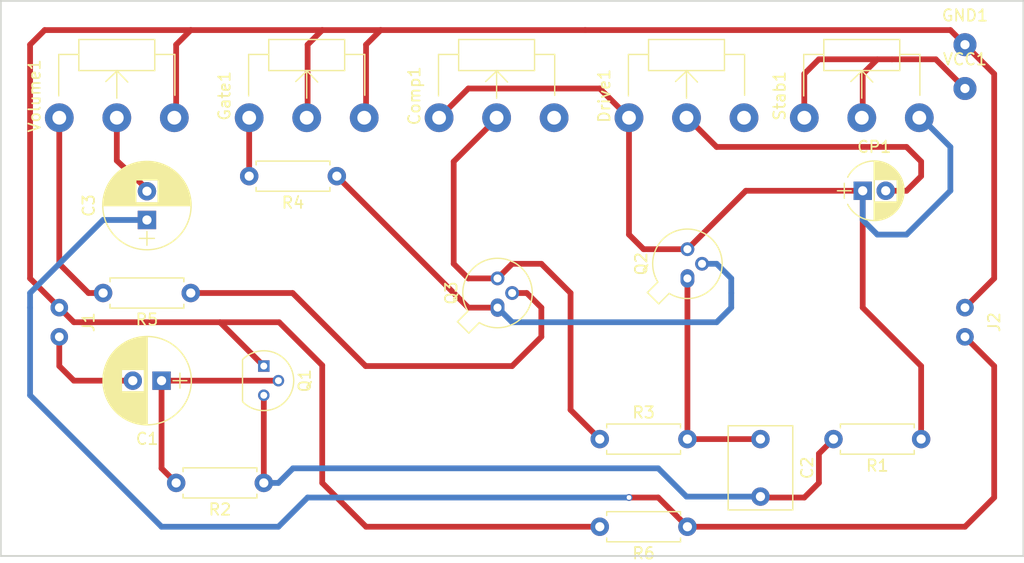
<source format=kicad_pcb>
(kicad_pcb (version 4) (host pcbnew 4.0.6)

  (general
    (links 35)
    (no_connects 2)
    (area 165.024999 88.824999 254.075001 138.305)
    (thickness 1.6)
    (drawings 4)
    (tracks 130)
    (zones 0)
    (modules 22)
    (nets 16)
  )

  (page A4)
  (layers
    (0 F.Cu signal)
    (31 B.Cu signal)
    (32 B.Adhes user)
    (33 F.Adhes user)
    (34 B.Paste user)
    (35 F.Paste user)
    (36 B.SilkS user)
    (37 F.SilkS user)
    (38 B.Mask user)
    (39 F.Mask user)
    (40 Dwgs.User user)
    (41 Cmts.User user)
    (42 Eco1.User user)
    (43 Eco2.User user)
    (44 Edge.Cuts user)
    (45 Margin user)
    (46 B.CrtYd user)
    (47 F.CrtYd user)
    (48 B.Fab user)
    (49 F.Fab user)
  )

  (setup
    (last_trace_width 0.5)
    (trace_clearance 0.5)
    (zone_clearance 0.508)
    (zone_45_only no)
    (trace_min 0.5)
    (segment_width 0.2)
    (edge_width 0.15)
    (via_size 0.6)
    (via_drill 0.4)
    (via_min_size 0.4)
    (via_min_drill 0.3)
    (uvia_size 0.3)
    (uvia_drill 0.1)
    (uvias_allowed no)
    (uvia_min_size 0.2)
    (uvia_min_drill 0.1)
    (pcb_text_width 0.3)
    (pcb_text_size 1.5 1.5)
    (mod_edge_width 0.15)
    (mod_text_size 1 1)
    (mod_text_width 0.15)
    (pad_size 1.524 1.524)
    (pad_drill 0.762)
    (pad_to_mask_clearance 0.2)
    (aux_axis_origin 0 0)
    (visible_elements 7FFFFFFF)
    (pcbplotparams
      (layerselection 0x00030_80000001)
      (usegerberextensions false)
      (excludeedgelayer true)
      (linewidth 0.100000)
      (plotframeref false)
      (viasonmask false)
      (mode 1)
      (useauxorigin false)
      (hpglpennumber 1)
      (hpglpenspeed 20)
      (hpglpendiameter 15)
      (hpglpenoverlay 2)
      (psnegative false)
      (psa4output false)
      (plotreference true)
      (plotvalue true)
      (plotinvisibletext false)
      (padsonsilk false)
      (subtractmaskfromsilk false)
      (outputformat 1)
      (mirror false)
      (drillshape 0)
      (scaleselection 1)
      (outputdirectory ""))
  )

  (net 0 "")
  (net 1 "Net-(C1-Pad1)")
  (net 2 "Net-(C1-Pad2)")
  (net 3 "Net-(C2-Pad1)")
  (net 4 "Net-(C2-Pad2)")
  (net 5 "Net-(C3-Pad1)")
  (net 6 "Net-(C3-Pad2)")
  (net 7 "Net-(Comp1-Pad2)")
  (net 8 "Net-(CP1-Pad1)")
  (net 9 "Net-(CP1-Pad2)")
  (net 10 GND)
  (net 11 "Net-(Gate1-Pad1)")
  (net 12 "Net-(Q2-Pad2)")
  (net 13 "Net-(Q3-Pad2)")
  (net 14 "Net-(R5-Pad2)")
  (net 15 VCC)

  (net_class Default "This is the default net class."
    (clearance 0.5)
    (trace_width 0.5)
    (via_dia 0.6)
    (via_drill 0.4)
    (uvia_dia 0.3)
    (uvia_drill 0.1)
    (add_net GND)
    (add_net "Net-(C1-Pad1)")
    (add_net "Net-(C1-Pad2)")
    (add_net "Net-(C2-Pad1)")
    (add_net "Net-(C2-Pad2)")
    (add_net "Net-(C3-Pad1)")
    (add_net "Net-(C3-Pad2)")
    (add_net "Net-(CP1-Pad1)")
    (add_net "Net-(CP1-Pad2)")
    (add_net "Net-(Comp1-Pad2)")
    (add_net "Net-(Gate1-Pad1)")
    (add_net "Net-(Q2-Pad2)")
    (add_net "Net-(Q3-Pad2)")
    (add_net "Net-(R5-Pad2)")
    (add_net VCC)
  )

  (module Capacitors_THT:CP_Radial_D7.5mm_P2.50mm (layer F.Cu) (tedit 597BC7C2) (tstamp 59F8C91C)
    (at 179.07 121.92 180)
    (descr "CP, Radial series, Radial, pin pitch=2.50mm, , diameter=7.5mm, Electrolytic Capacitor")
    (tags "CP Radial series Radial pin pitch 2.50mm  diameter 7.5mm Electrolytic Capacitor")
    (path /59F45454)
    (fp_text reference C1 (at 1.25 -5.06 180) (layer F.SilkS)
      (effects (font (size 1 1) (thickness 0.15)))
    )
    (fp_text value 10uF (at 1.25 5.06 180) (layer F.Fab)
      (effects (font (size 1 1) (thickness 0.15)))
    )
    (fp_circle (center 1.25 0) (end 5 0) (layer F.Fab) (width 0.1))
    (fp_circle (center 1.25 0) (end 5.09 0) (layer F.SilkS) (width 0.12))
    (fp_line (start -2.2 0) (end -1 0) (layer F.Fab) (width 0.1))
    (fp_line (start -1.6 -0.65) (end -1.6 0.65) (layer F.Fab) (width 0.1))
    (fp_line (start 1.25 -3.8) (end 1.25 3.8) (layer F.SilkS) (width 0.12))
    (fp_line (start 1.29 -3.8) (end 1.29 3.8) (layer F.SilkS) (width 0.12))
    (fp_line (start 1.33 -3.8) (end 1.33 3.8) (layer F.SilkS) (width 0.12))
    (fp_line (start 1.37 -3.799) (end 1.37 3.799) (layer F.SilkS) (width 0.12))
    (fp_line (start 1.41 -3.797) (end 1.41 3.797) (layer F.SilkS) (width 0.12))
    (fp_line (start 1.45 -3.795) (end 1.45 3.795) (layer F.SilkS) (width 0.12))
    (fp_line (start 1.49 -3.793) (end 1.49 3.793) (layer F.SilkS) (width 0.12))
    (fp_line (start 1.53 -3.79) (end 1.53 -0.98) (layer F.SilkS) (width 0.12))
    (fp_line (start 1.53 0.98) (end 1.53 3.79) (layer F.SilkS) (width 0.12))
    (fp_line (start 1.57 -3.787) (end 1.57 -0.98) (layer F.SilkS) (width 0.12))
    (fp_line (start 1.57 0.98) (end 1.57 3.787) (layer F.SilkS) (width 0.12))
    (fp_line (start 1.61 -3.784) (end 1.61 -0.98) (layer F.SilkS) (width 0.12))
    (fp_line (start 1.61 0.98) (end 1.61 3.784) (layer F.SilkS) (width 0.12))
    (fp_line (start 1.65 -3.78) (end 1.65 -0.98) (layer F.SilkS) (width 0.12))
    (fp_line (start 1.65 0.98) (end 1.65 3.78) (layer F.SilkS) (width 0.12))
    (fp_line (start 1.69 -3.775) (end 1.69 -0.98) (layer F.SilkS) (width 0.12))
    (fp_line (start 1.69 0.98) (end 1.69 3.775) (layer F.SilkS) (width 0.12))
    (fp_line (start 1.73 -3.77) (end 1.73 -0.98) (layer F.SilkS) (width 0.12))
    (fp_line (start 1.73 0.98) (end 1.73 3.77) (layer F.SilkS) (width 0.12))
    (fp_line (start 1.77 -3.765) (end 1.77 -0.98) (layer F.SilkS) (width 0.12))
    (fp_line (start 1.77 0.98) (end 1.77 3.765) (layer F.SilkS) (width 0.12))
    (fp_line (start 1.81 -3.759) (end 1.81 -0.98) (layer F.SilkS) (width 0.12))
    (fp_line (start 1.81 0.98) (end 1.81 3.759) (layer F.SilkS) (width 0.12))
    (fp_line (start 1.85 -3.753) (end 1.85 -0.98) (layer F.SilkS) (width 0.12))
    (fp_line (start 1.85 0.98) (end 1.85 3.753) (layer F.SilkS) (width 0.12))
    (fp_line (start 1.89 -3.747) (end 1.89 -0.98) (layer F.SilkS) (width 0.12))
    (fp_line (start 1.89 0.98) (end 1.89 3.747) (layer F.SilkS) (width 0.12))
    (fp_line (start 1.93 -3.74) (end 1.93 -0.98) (layer F.SilkS) (width 0.12))
    (fp_line (start 1.93 0.98) (end 1.93 3.74) (layer F.SilkS) (width 0.12))
    (fp_line (start 1.971 -3.732) (end 1.971 -0.98) (layer F.SilkS) (width 0.12))
    (fp_line (start 1.971 0.98) (end 1.971 3.732) (layer F.SilkS) (width 0.12))
    (fp_line (start 2.011 -3.725) (end 2.011 -0.98) (layer F.SilkS) (width 0.12))
    (fp_line (start 2.011 0.98) (end 2.011 3.725) (layer F.SilkS) (width 0.12))
    (fp_line (start 2.051 -3.716) (end 2.051 -0.98) (layer F.SilkS) (width 0.12))
    (fp_line (start 2.051 0.98) (end 2.051 3.716) (layer F.SilkS) (width 0.12))
    (fp_line (start 2.091 -3.707) (end 2.091 -0.98) (layer F.SilkS) (width 0.12))
    (fp_line (start 2.091 0.98) (end 2.091 3.707) (layer F.SilkS) (width 0.12))
    (fp_line (start 2.131 -3.698) (end 2.131 -0.98) (layer F.SilkS) (width 0.12))
    (fp_line (start 2.131 0.98) (end 2.131 3.698) (layer F.SilkS) (width 0.12))
    (fp_line (start 2.171 -3.689) (end 2.171 -0.98) (layer F.SilkS) (width 0.12))
    (fp_line (start 2.171 0.98) (end 2.171 3.689) (layer F.SilkS) (width 0.12))
    (fp_line (start 2.211 -3.679) (end 2.211 -0.98) (layer F.SilkS) (width 0.12))
    (fp_line (start 2.211 0.98) (end 2.211 3.679) (layer F.SilkS) (width 0.12))
    (fp_line (start 2.251 -3.668) (end 2.251 -0.98) (layer F.SilkS) (width 0.12))
    (fp_line (start 2.251 0.98) (end 2.251 3.668) (layer F.SilkS) (width 0.12))
    (fp_line (start 2.291 -3.657) (end 2.291 -0.98) (layer F.SilkS) (width 0.12))
    (fp_line (start 2.291 0.98) (end 2.291 3.657) (layer F.SilkS) (width 0.12))
    (fp_line (start 2.331 -3.645) (end 2.331 -0.98) (layer F.SilkS) (width 0.12))
    (fp_line (start 2.331 0.98) (end 2.331 3.645) (layer F.SilkS) (width 0.12))
    (fp_line (start 2.371 -3.634) (end 2.371 -0.98) (layer F.SilkS) (width 0.12))
    (fp_line (start 2.371 0.98) (end 2.371 3.634) (layer F.SilkS) (width 0.12))
    (fp_line (start 2.411 -3.621) (end 2.411 -0.98) (layer F.SilkS) (width 0.12))
    (fp_line (start 2.411 0.98) (end 2.411 3.621) (layer F.SilkS) (width 0.12))
    (fp_line (start 2.451 -3.608) (end 2.451 -0.98) (layer F.SilkS) (width 0.12))
    (fp_line (start 2.451 0.98) (end 2.451 3.608) (layer F.SilkS) (width 0.12))
    (fp_line (start 2.491 -3.595) (end 2.491 -0.98) (layer F.SilkS) (width 0.12))
    (fp_line (start 2.491 0.98) (end 2.491 3.595) (layer F.SilkS) (width 0.12))
    (fp_line (start 2.531 -3.581) (end 2.531 -0.98) (layer F.SilkS) (width 0.12))
    (fp_line (start 2.531 0.98) (end 2.531 3.581) (layer F.SilkS) (width 0.12))
    (fp_line (start 2.571 -3.566) (end 2.571 -0.98) (layer F.SilkS) (width 0.12))
    (fp_line (start 2.571 0.98) (end 2.571 3.566) (layer F.SilkS) (width 0.12))
    (fp_line (start 2.611 -3.552) (end 2.611 -0.98) (layer F.SilkS) (width 0.12))
    (fp_line (start 2.611 0.98) (end 2.611 3.552) (layer F.SilkS) (width 0.12))
    (fp_line (start 2.651 -3.536) (end 2.651 -0.98) (layer F.SilkS) (width 0.12))
    (fp_line (start 2.651 0.98) (end 2.651 3.536) (layer F.SilkS) (width 0.12))
    (fp_line (start 2.691 -3.52) (end 2.691 -0.98) (layer F.SilkS) (width 0.12))
    (fp_line (start 2.691 0.98) (end 2.691 3.52) (layer F.SilkS) (width 0.12))
    (fp_line (start 2.731 -3.504) (end 2.731 -0.98) (layer F.SilkS) (width 0.12))
    (fp_line (start 2.731 0.98) (end 2.731 3.504) (layer F.SilkS) (width 0.12))
    (fp_line (start 2.771 -3.487) (end 2.771 -0.98) (layer F.SilkS) (width 0.12))
    (fp_line (start 2.771 0.98) (end 2.771 3.487) (layer F.SilkS) (width 0.12))
    (fp_line (start 2.811 -3.469) (end 2.811 -0.98) (layer F.SilkS) (width 0.12))
    (fp_line (start 2.811 0.98) (end 2.811 3.469) (layer F.SilkS) (width 0.12))
    (fp_line (start 2.851 -3.451) (end 2.851 -0.98) (layer F.SilkS) (width 0.12))
    (fp_line (start 2.851 0.98) (end 2.851 3.451) (layer F.SilkS) (width 0.12))
    (fp_line (start 2.891 -3.433) (end 2.891 -0.98) (layer F.SilkS) (width 0.12))
    (fp_line (start 2.891 0.98) (end 2.891 3.433) (layer F.SilkS) (width 0.12))
    (fp_line (start 2.931 -3.413) (end 2.931 -0.98) (layer F.SilkS) (width 0.12))
    (fp_line (start 2.931 0.98) (end 2.931 3.413) (layer F.SilkS) (width 0.12))
    (fp_line (start 2.971 -3.394) (end 2.971 -0.98) (layer F.SilkS) (width 0.12))
    (fp_line (start 2.971 0.98) (end 2.971 3.394) (layer F.SilkS) (width 0.12))
    (fp_line (start 3.011 -3.373) (end 3.011 -0.98) (layer F.SilkS) (width 0.12))
    (fp_line (start 3.011 0.98) (end 3.011 3.373) (layer F.SilkS) (width 0.12))
    (fp_line (start 3.051 -3.352) (end 3.051 -0.98) (layer F.SilkS) (width 0.12))
    (fp_line (start 3.051 0.98) (end 3.051 3.352) (layer F.SilkS) (width 0.12))
    (fp_line (start 3.091 -3.331) (end 3.091 -0.98) (layer F.SilkS) (width 0.12))
    (fp_line (start 3.091 0.98) (end 3.091 3.331) (layer F.SilkS) (width 0.12))
    (fp_line (start 3.131 -3.309) (end 3.131 -0.98) (layer F.SilkS) (width 0.12))
    (fp_line (start 3.131 0.98) (end 3.131 3.309) (layer F.SilkS) (width 0.12))
    (fp_line (start 3.171 -3.286) (end 3.171 -0.98) (layer F.SilkS) (width 0.12))
    (fp_line (start 3.171 0.98) (end 3.171 3.286) (layer F.SilkS) (width 0.12))
    (fp_line (start 3.211 -3.263) (end 3.211 -0.98) (layer F.SilkS) (width 0.12))
    (fp_line (start 3.211 0.98) (end 3.211 3.263) (layer F.SilkS) (width 0.12))
    (fp_line (start 3.251 -3.239) (end 3.251 -0.98) (layer F.SilkS) (width 0.12))
    (fp_line (start 3.251 0.98) (end 3.251 3.239) (layer F.SilkS) (width 0.12))
    (fp_line (start 3.291 -3.214) (end 3.291 -0.98) (layer F.SilkS) (width 0.12))
    (fp_line (start 3.291 0.98) (end 3.291 3.214) (layer F.SilkS) (width 0.12))
    (fp_line (start 3.331 -3.188) (end 3.331 -0.98) (layer F.SilkS) (width 0.12))
    (fp_line (start 3.331 0.98) (end 3.331 3.188) (layer F.SilkS) (width 0.12))
    (fp_line (start 3.371 -3.162) (end 3.371 -0.98) (layer F.SilkS) (width 0.12))
    (fp_line (start 3.371 0.98) (end 3.371 3.162) (layer F.SilkS) (width 0.12))
    (fp_line (start 3.411 -3.135) (end 3.411 -0.98) (layer F.SilkS) (width 0.12))
    (fp_line (start 3.411 0.98) (end 3.411 3.135) (layer F.SilkS) (width 0.12))
    (fp_line (start 3.451 -3.108) (end 3.451 -0.98) (layer F.SilkS) (width 0.12))
    (fp_line (start 3.451 0.98) (end 3.451 3.108) (layer F.SilkS) (width 0.12))
    (fp_line (start 3.491 -3.079) (end 3.491 3.079) (layer F.SilkS) (width 0.12))
    (fp_line (start 3.531 -3.05) (end 3.531 3.05) (layer F.SilkS) (width 0.12))
    (fp_line (start 3.571 -3.02) (end 3.571 3.02) (layer F.SilkS) (width 0.12))
    (fp_line (start 3.611 -2.99) (end 3.611 2.99) (layer F.SilkS) (width 0.12))
    (fp_line (start 3.651 -2.958) (end 3.651 2.958) (layer F.SilkS) (width 0.12))
    (fp_line (start 3.691 -2.926) (end 3.691 2.926) (layer F.SilkS) (width 0.12))
    (fp_line (start 3.731 -2.892) (end 3.731 2.892) (layer F.SilkS) (width 0.12))
    (fp_line (start 3.771 -2.858) (end 3.771 2.858) (layer F.SilkS) (width 0.12))
    (fp_line (start 3.811 -2.823) (end 3.811 2.823) (layer F.SilkS) (width 0.12))
    (fp_line (start 3.851 -2.786) (end 3.851 2.786) (layer F.SilkS) (width 0.12))
    (fp_line (start 3.891 -2.749) (end 3.891 2.749) (layer F.SilkS) (width 0.12))
    (fp_line (start 3.931 -2.711) (end 3.931 2.711) (layer F.SilkS) (width 0.12))
    (fp_line (start 3.971 -2.671) (end 3.971 2.671) (layer F.SilkS) (width 0.12))
    (fp_line (start 4.011 -2.63) (end 4.011 2.63) (layer F.SilkS) (width 0.12))
    (fp_line (start 4.051 -2.588) (end 4.051 2.588) (layer F.SilkS) (width 0.12))
    (fp_line (start 4.091 -2.545) (end 4.091 2.545) (layer F.SilkS) (width 0.12))
    (fp_line (start 4.131 -2.5) (end 4.131 2.5) (layer F.SilkS) (width 0.12))
    (fp_line (start 4.171 -2.454) (end 4.171 2.454) (layer F.SilkS) (width 0.12))
    (fp_line (start 4.211 -2.407) (end 4.211 2.407) (layer F.SilkS) (width 0.12))
    (fp_line (start 4.251 -2.357) (end 4.251 2.357) (layer F.SilkS) (width 0.12))
    (fp_line (start 4.291 -2.307) (end 4.291 2.307) (layer F.SilkS) (width 0.12))
    (fp_line (start 4.331 -2.254) (end 4.331 2.254) (layer F.SilkS) (width 0.12))
    (fp_line (start 4.371 -2.199) (end 4.371 2.199) (layer F.SilkS) (width 0.12))
    (fp_line (start 4.411 -2.142) (end 4.411 2.142) (layer F.SilkS) (width 0.12))
    (fp_line (start 4.451 -2.083) (end 4.451 2.083) (layer F.SilkS) (width 0.12))
    (fp_line (start 4.491 -2.022) (end 4.491 2.022) (layer F.SilkS) (width 0.12))
    (fp_line (start 4.531 -1.957) (end 4.531 1.957) (layer F.SilkS) (width 0.12))
    (fp_line (start 4.571 -1.89) (end 4.571 1.89) (layer F.SilkS) (width 0.12))
    (fp_line (start 4.611 -1.82) (end 4.611 1.82) (layer F.SilkS) (width 0.12))
    (fp_line (start 4.651 -1.745) (end 4.651 1.745) (layer F.SilkS) (width 0.12))
    (fp_line (start 4.691 -1.667) (end 4.691 1.667) (layer F.SilkS) (width 0.12))
    (fp_line (start 4.731 -1.584) (end 4.731 1.584) (layer F.SilkS) (width 0.12))
    (fp_line (start 4.771 -1.495) (end 4.771 1.495) (layer F.SilkS) (width 0.12))
    (fp_line (start 4.811 -1.4) (end 4.811 1.4) (layer F.SilkS) (width 0.12))
    (fp_line (start 4.851 -1.297) (end 4.851 1.297) (layer F.SilkS) (width 0.12))
    (fp_line (start 4.891 -1.184) (end 4.891 1.184) (layer F.SilkS) (width 0.12))
    (fp_line (start 4.931 -1.057) (end 4.931 1.057) (layer F.SilkS) (width 0.12))
    (fp_line (start 4.971 -0.913) (end 4.971 0.913) (layer F.SilkS) (width 0.12))
    (fp_line (start 5.011 -0.74) (end 5.011 0.74) (layer F.SilkS) (width 0.12))
    (fp_line (start 5.051 -0.513) (end 5.051 0.513) (layer F.SilkS) (width 0.12))
    (fp_line (start -2.2 0) (end -1 0) (layer F.SilkS) (width 0.12))
    (fp_line (start -1.6 -0.65) (end -1.6 0.65) (layer F.SilkS) (width 0.12))
    (fp_line (start -2.85 -4.1) (end -2.85 4.1) (layer F.CrtYd) (width 0.05))
    (fp_line (start -2.85 4.1) (end 5.35 4.1) (layer F.CrtYd) (width 0.05))
    (fp_line (start 5.35 4.1) (end 5.35 -4.1) (layer F.CrtYd) (width 0.05))
    (fp_line (start 5.35 -4.1) (end -2.85 -4.1) (layer F.CrtYd) (width 0.05))
    (fp_text user %R (at 1.25 0 180) (layer F.Fab)
      (effects (font (size 1 1) (thickness 0.15)))
    )
    (pad 1 thru_hole rect (at 0 0 180) (size 1.6 1.6) (drill 0.8) (layers *.Cu *.Mask)
      (net 1 "Net-(C1-Pad1)"))
    (pad 2 thru_hole circle (at 2.5 0 180) (size 1.6 1.6) (drill 0.8) (layers *.Cu *.Mask)
      (net 2 "Net-(C1-Pad2)"))
    (model ${KISYS3DMOD}/Capacitors_THT.3dshapes/CP_Radial_D7.5mm_P2.50mm.wrl
      (at (xyz 0 0 0))
      (scale (xyz 1 1 1))
      (rotate (xyz 0 0 0))
    )
  )

  (module Capacitors_THT:C_Rect_L7.2mm_W5.5mm_P5.00mm_FKS2_FKP2_MKS2_MKP2 (layer F.Cu) (tedit 597BC7C2) (tstamp 59F8C92F)
    (at 231.14 127 270)
    (descr "C, Rect series, Radial, pin pitch=5.00mm, , length*width=7.2*5.5mm^2, Capacitor, http://www.wima.com/EN/WIMA_FKS_2.pdf")
    (tags "C Rect series Radial pin pitch 5.00mm  length 7.2mm width 5.5mm Capacitor")
    (path /59F466C1)
    (fp_text reference C2 (at 2.5 -4.06 270) (layer F.SilkS)
      (effects (font (size 1 1) (thickness 0.15)))
    )
    (fp_text value 100nF (at 2.5 4.06 270) (layer F.Fab)
      (effects (font (size 1 1) (thickness 0.15)))
    )
    (fp_line (start -1.1 -2.75) (end -1.1 2.75) (layer F.Fab) (width 0.1))
    (fp_line (start -1.1 2.75) (end 6.1 2.75) (layer F.Fab) (width 0.1))
    (fp_line (start 6.1 2.75) (end 6.1 -2.75) (layer F.Fab) (width 0.1))
    (fp_line (start 6.1 -2.75) (end -1.1 -2.75) (layer F.Fab) (width 0.1))
    (fp_line (start -1.16 -2.81) (end 6.16 -2.81) (layer F.SilkS) (width 0.12))
    (fp_line (start -1.16 2.81) (end 6.16 2.81) (layer F.SilkS) (width 0.12))
    (fp_line (start -1.16 -2.81) (end -1.16 2.81) (layer F.SilkS) (width 0.12))
    (fp_line (start 6.16 -2.81) (end 6.16 2.81) (layer F.SilkS) (width 0.12))
    (fp_line (start -1.45 -3.1) (end -1.45 3.1) (layer F.CrtYd) (width 0.05))
    (fp_line (start -1.45 3.1) (end 6.45 3.1) (layer F.CrtYd) (width 0.05))
    (fp_line (start 6.45 3.1) (end 6.45 -3.1) (layer F.CrtYd) (width 0.05))
    (fp_line (start 6.45 -3.1) (end -1.45 -3.1) (layer F.CrtYd) (width 0.05))
    (fp_text user %R (at 2.5 0 270) (layer F.Fab)
      (effects (font (size 1 1) (thickness 0.15)))
    )
    (pad 1 thru_hole circle (at 0 0 270) (size 1.6 1.6) (drill 0.8) (layers *.Cu *.Mask)
      (net 3 "Net-(C2-Pad1)"))
    (pad 2 thru_hole circle (at 5 0 270) (size 1.6 1.6) (drill 0.8) (layers *.Cu *.Mask)
      (net 4 "Net-(C2-Pad2)"))
    (model ${KISYS3DMOD}/Capacitors_THT.3dshapes/C_Rect_L7.2mm_W5.5mm_P5.00mm_FKS2_FKP2_MKS2_MKP2.wrl
      (at (xyz 0 0 0))
      (scale (xyz 1 1 1))
      (rotate (xyz 0 0 0))
    )
  )

  (module Capacitors_THT:CP_Radial_D7.5mm_P2.50mm (layer F.Cu) (tedit 597BC7C2) (tstamp 59F8C9D1)
    (at 177.8 107.95 90)
    (descr "CP, Radial series, Radial, pin pitch=2.50mm, , diameter=7.5mm, Electrolytic Capacitor")
    (tags "CP Radial series Radial pin pitch 2.50mm  diameter 7.5mm Electrolytic Capacitor")
    (path /59F49105)
    (fp_text reference C3 (at 1.25 -5.06 90) (layer F.SilkS)
      (effects (font (size 1 1) (thickness 0.15)))
    )
    (fp_text value 10uF (at 1.25 5.06 90) (layer F.Fab)
      (effects (font (size 1 1) (thickness 0.15)))
    )
    (fp_circle (center 1.25 0) (end 5 0) (layer F.Fab) (width 0.1))
    (fp_circle (center 1.25 0) (end 5.09 0) (layer F.SilkS) (width 0.12))
    (fp_line (start -2.2 0) (end -1 0) (layer F.Fab) (width 0.1))
    (fp_line (start -1.6 -0.65) (end -1.6 0.65) (layer F.Fab) (width 0.1))
    (fp_line (start 1.25 -3.8) (end 1.25 3.8) (layer F.SilkS) (width 0.12))
    (fp_line (start 1.29 -3.8) (end 1.29 3.8) (layer F.SilkS) (width 0.12))
    (fp_line (start 1.33 -3.8) (end 1.33 3.8) (layer F.SilkS) (width 0.12))
    (fp_line (start 1.37 -3.799) (end 1.37 3.799) (layer F.SilkS) (width 0.12))
    (fp_line (start 1.41 -3.797) (end 1.41 3.797) (layer F.SilkS) (width 0.12))
    (fp_line (start 1.45 -3.795) (end 1.45 3.795) (layer F.SilkS) (width 0.12))
    (fp_line (start 1.49 -3.793) (end 1.49 3.793) (layer F.SilkS) (width 0.12))
    (fp_line (start 1.53 -3.79) (end 1.53 -0.98) (layer F.SilkS) (width 0.12))
    (fp_line (start 1.53 0.98) (end 1.53 3.79) (layer F.SilkS) (width 0.12))
    (fp_line (start 1.57 -3.787) (end 1.57 -0.98) (layer F.SilkS) (width 0.12))
    (fp_line (start 1.57 0.98) (end 1.57 3.787) (layer F.SilkS) (width 0.12))
    (fp_line (start 1.61 -3.784) (end 1.61 -0.98) (layer F.SilkS) (width 0.12))
    (fp_line (start 1.61 0.98) (end 1.61 3.784) (layer F.SilkS) (width 0.12))
    (fp_line (start 1.65 -3.78) (end 1.65 -0.98) (layer F.SilkS) (width 0.12))
    (fp_line (start 1.65 0.98) (end 1.65 3.78) (layer F.SilkS) (width 0.12))
    (fp_line (start 1.69 -3.775) (end 1.69 -0.98) (layer F.SilkS) (width 0.12))
    (fp_line (start 1.69 0.98) (end 1.69 3.775) (layer F.SilkS) (width 0.12))
    (fp_line (start 1.73 -3.77) (end 1.73 -0.98) (layer F.SilkS) (width 0.12))
    (fp_line (start 1.73 0.98) (end 1.73 3.77) (layer F.SilkS) (width 0.12))
    (fp_line (start 1.77 -3.765) (end 1.77 -0.98) (layer F.SilkS) (width 0.12))
    (fp_line (start 1.77 0.98) (end 1.77 3.765) (layer F.SilkS) (width 0.12))
    (fp_line (start 1.81 -3.759) (end 1.81 -0.98) (layer F.SilkS) (width 0.12))
    (fp_line (start 1.81 0.98) (end 1.81 3.759) (layer F.SilkS) (width 0.12))
    (fp_line (start 1.85 -3.753) (end 1.85 -0.98) (layer F.SilkS) (width 0.12))
    (fp_line (start 1.85 0.98) (end 1.85 3.753) (layer F.SilkS) (width 0.12))
    (fp_line (start 1.89 -3.747) (end 1.89 -0.98) (layer F.SilkS) (width 0.12))
    (fp_line (start 1.89 0.98) (end 1.89 3.747) (layer F.SilkS) (width 0.12))
    (fp_line (start 1.93 -3.74) (end 1.93 -0.98) (layer F.SilkS) (width 0.12))
    (fp_line (start 1.93 0.98) (end 1.93 3.74) (layer F.SilkS) (width 0.12))
    (fp_line (start 1.971 -3.732) (end 1.971 -0.98) (layer F.SilkS) (width 0.12))
    (fp_line (start 1.971 0.98) (end 1.971 3.732) (layer F.SilkS) (width 0.12))
    (fp_line (start 2.011 -3.725) (end 2.011 -0.98) (layer F.SilkS) (width 0.12))
    (fp_line (start 2.011 0.98) (end 2.011 3.725) (layer F.SilkS) (width 0.12))
    (fp_line (start 2.051 -3.716) (end 2.051 -0.98) (layer F.SilkS) (width 0.12))
    (fp_line (start 2.051 0.98) (end 2.051 3.716) (layer F.SilkS) (width 0.12))
    (fp_line (start 2.091 -3.707) (end 2.091 -0.98) (layer F.SilkS) (width 0.12))
    (fp_line (start 2.091 0.98) (end 2.091 3.707) (layer F.SilkS) (width 0.12))
    (fp_line (start 2.131 -3.698) (end 2.131 -0.98) (layer F.SilkS) (width 0.12))
    (fp_line (start 2.131 0.98) (end 2.131 3.698) (layer F.SilkS) (width 0.12))
    (fp_line (start 2.171 -3.689) (end 2.171 -0.98) (layer F.SilkS) (width 0.12))
    (fp_line (start 2.171 0.98) (end 2.171 3.689) (layer F.SilkS) (width 0.12))
    (fp_line (start 2.211 -3.679) (end 2.211 -0.98) (layer F.SilkS) (width 0.12))
    (fp_line (start 2.211 0.98) (end 2.211 3.679) (layer F.SilkS) (width 0.12))
    (fp_line (start 2.251 -3.668) (end 2.251 -0.98) (layer F.SilkS) (width 0.12))
    (fp_line (start 2.251 0.98) (end 2.251 3.668) (layer F.SilkS) (width 0.12))
    (fp_line (start 2.291 -3.657) (end 2.291 -0.98) (layer F.SilkS) (width 0.12))
    (fp_line (start 2.291 0.98) (end 2.291 3.657) (layer F.SilkS) (width 0.12))
    (fp_line (start 2.331 -3.645) (end 2.331 -0.98) (layer F.SilkS) (width 0.12))
    (fp_line (start 2.331 0.98) (end 2.331 3.645) (layer F.SilkS) (width 0.12))
    (fp_line (start 2.371 -3.634) (end 2.371 -0.98) (layer F.SilkS) (width 0.12))
    (fp_line (start 2.371 0.98) (end 2.371 3.634) (layer F.SilkS) (width 0.12))
    (fp_line (start 2.411 -3.621) (end 2.411 -0.98) (layer F.SilkS) (width 0.12))
    (fp_line (start 2.411 0.98) (end 2.411 3.621) (layer F.SilkS) (width 0.12))
    (fp_line (start 2.451 -3.608) (end 2.451 -0.98) (layer F.SilkS) (width 0.12))
    (fp_line (start 2.451 0.98) (end 2.451 3.608) (layer F.SilkS) (width 0.12))
    (fp_line (start 2.491 -3.595) (end 2.491 -0.98) (layer F.SilkS) (width 0.12))
    (fp_line (start 2.491 0.98) (end 2.491 3.595) (layer F.SilkS) (width 0.12))
    (fp_line (start 2.531 -3.581) (end 2.531 -0.98) (layer F.SilkS) (width 0.12))
    (fp_line (start 2.531 0.98) (end 2.531 3.581) (layer F.SilkS) (width 0.12))
    (fp_line (start 2.571 -3.566) (end 2.571 -0.98) (layer F.SilkS) (width 0.12))
    (fp_line (start 2.571 0.98) (end 2.571 3.566) (layer F.SilkS) (width 0.12))
    (fp_line (start 2.611 -3.552) (end 2.611 -0.98) (layer F.SilkS) (width 0.12))
    (fp_line (start 2.611 0.98) (end 2.611 3.552) (layer F.SilkS) (width 0.12))
    (fp_line (start 2.651 -3.536) (end 2.651 -0.98) (layer F.SilkS) (width 0.12))
    (fp_line (start 2.651 0.98) (end 2.651 3.536) (layer F.SilkS) (width 0.12))
    (fp_line (start 2.691 -3.52) (end 2.691 -0.98) (layer F.SilkS) (width 0.12))
    (fp_line (start 2.691 0.98) (end 2.691 3.52) (layer F.SilkS) (width 0.12))
    (fp_line (start 2.731 -3.504) (end 2.731 -0.98) (layer F.SilkS) (width 0.12))
    (fp_line (start 2.731 0.98) (end 2.731 3.504) (layer F.SilkS) (width 0.12))
    (fp_line (start 2.771 -3.487) (end 2.771 -0.98) (layer F.SilkS) (width 0.12))
    (fp_line (start 2.771 0.98) (end 2.771 3.487) (layer F.SilkS) (width 0.12))
    (fp_line (start 2.811 -3.469) (end 2.811 -0.98) (layer F.SilkS) (width 0.12))
    (fp_line (start 2.811 0.98) (end 2.811 3.469) (layer F.SilkS) (width 0.12))
    (fp_line (start 2.851 -3.451) (end 2.851 -0.98) (layer F.SilkS) (width 0.12))
    (fp_line (start 2.851 0.98) (end 2.851 3.451) (layer F.SilkS) (width 0.12))
    (fp_line (start 2.891 -3.433) (end 2.891 -0.98) (layer F.SilkS) (width 0.12))
    (fp_line (start 2.891 0.98) (end 2.891 3.433) (layer F.SilkS) (width 0.12))
    (fp_line (start 2.931 -3.413) (end 2.931 -0.98) (layer F.SilkS) (width 0.12))
    (fp_line (start 2.931 0.98) (end 2.931 3.413) (layer F.SilkS) (width 0.12))
    (fp_line (start 2.971 -3.394) (end 2.971 -0.98) (layer F.SilkS) (width 0.12))
    (fp_line (start 2.971 0.98) (end 2.971 3.394) (layer F.SilkS) (width 0.12))
    (fp_line (start 3.011 -3.373) (end 3.011 -0.98) (layer F.SilkS) (width 0.12))
    (fp_line (start 3.011 0.98) (end 3.011 3.373) (layer F.SilkS) (width 0.12))
    (fp_line (start 3.051 -3.352) (end 3.051 -0.98) (layer F.SilkS) (width 0.12))
    (fp_line (start 3.051 0.98) (end 3.051 3.352) (layer F.SilkS) (width 0.12))
    (fp_line (start 3.091 -3.331) (end 3.091 -0.98) (layer F.SilkS) (width 0.12))
    (fp_line (start 3.091 0.98) (end 3.091 3.331) (layer F.SilkS) (width 0.12))
    (fp_line (start 3.131 -3.309) (end 3.131 -0.98) (layer F.SilkS) (width 0.12))
    (fp_line (start 3.131 0.98) (end 3.131 3.309) (layer F.SilkS) (width 0.12))
    (fp_line (start 3.171 -3.286) (end 3.171 -0.98) (layer F.SilkS) (width 0.12))
    (fp_line (start 3.171 0.98) (end 3.171 3.286) (layer F.SilkS) (width 0.12))
    (fp_line (start 3.211 -3.263) (end 3.211 -0.98) (layer F.SilkS) (width 0.12))
    (fp_line (start 3.211 0.98) (end 3.211 3.263) (layer F.SilkS) (width 0.12))
    (fp_line (start 3.251 -3.239) (end 3.251 -0.98) (layer F.SilkS) (width 0.12))
    (fp_line (start 3.251 0.98) (end 3.251 3.239) (layer F.SilkS) (width 0.12))
    (fp_line (start 3.291 -3.214) (end 3.291 -0.98) (layer F.SilkS) (width 0.12))
    (fp_line (start 3.291 0.98) (end 3.291 3.214) (layer F.SilkS) (width 0.12))
    (fp_line (start 3.331 -3.188) (end 3.331 -0.98) (layer F.SilkS) (width 0.12))
    (fp_line (start 3.331 0.98) (end 3.331 3.188) (layer F.SilkS) (width 0.12))
    (fp_line (start 3.371 -3.162) (end 3.371 -0.98) (layer F.SilkS) (width 0.12))
    (fp_line (start 3.371 0.98) (end 3.371 3.162) (layer F.SilkS) (width 0.12))
    (fp_line (start 3.411 -3.135) (end 3.411 -0.98) (layer F.SilkS) (width 0.12))
    (fp_line (start 3.411 0.98) (end 3.411 3.135) (layer F.SilkS) (width 0.12))
    (fp_line (start 3.451 -3.108) (end 3.451 -0.98) (layer F.SilkS) (width 0.12))
    (fp_line (start 3.451 0.98) (end 3.451 3.108) (layer F.SilkS) (width 0.12))
    (fp_line (start 3.491 -3.079) (end 3.491 3.079) (layer F.SilkS) (width 0.12))
    (fp_line (start 3.531 -3.05) (end 3.531 3.05) (layer F.SilkS) (width 0.12))
    (fp_line (start 3.571 -3.02) (end 3.571 3.02) (layer F.SilkS) (width 0.12))
    (fp_line (start 3.611 -2.99) (end 3.611 2.99) (layer F.SilkS) (width 0.12))
    (fp_line (start 3.651 -2.958) (end 3.651 2.958) (layer F.SilkS) (width 0.12))
    (fp_line (start 3.691 -2.926) (end 3.691 2.926) (layer F.SilkS) (width 0.12))
    (fp_line (start 3.731 -2.892) (end 3.731 2.892) (layer F.SilkS) (width 0.12))
    (fp_line (start 3.771 -2.858) (end 3.771 2.858) (layer F.SilkS) (width 0.12))
    (fp_line (start 3.811 -2.823) (end 3.811 2.823) (layer F.SilkS) (width 0.12))
    (fp_line (start 3.851 -2.786) (end 3.851 2.786) (layer F.SilkS) (width 0.12))
    (fp_line (start 3.891 -2.749) (end 3.891 2.749) (layer F.SilkS) (width 0.12))
    (fp_line (start 3.931 -2.711) (end 3.931 2.711) (layer F.SilkS) (width 0.12))
    (fp_line (start 3.971 -2.671) (end 3.971 2.671) (layer F.SilkS) (width 0.12))
    (fp_line (start 4.011 -2.63) (end 4.011 2.63) (layer F.SilkS) (width 0.12))
    (fp_line (start 4.051 -2.588) (end 4.051 2.588) (layer F.SilkS) (width 0.12))
    (fp_line (start 4.091 -2.545) (end 4.091 2.545) (layer F.SilkS) (width 0.12))
    (fp_line (start 4.131 -2.5) (end 4.131 2.5) (layer F.SilkS) (width 0.12))
    (fp_line (start 4.171 -2.454) (end 4.171 2.454) (layer F.SilkS) (width 0.12))
    (fp_line (start 4.211 -2.407) (end 4.211 2.407) (layer F.SilkS) (width 0.12))
    (fp_line (start 4.251 -2.357) (end 4.251 2.357) (layer F.SilkS) (width 0.12))
    (fp_line (start 4.291 -2.307) (end 4.291 2.307) (layer F.SilkS) (width 0.12))
    (fp_line (start 4.331 -2.254) (end 4.331 2.254) (layer F.SilkS) (width 0.12))
    (fp_line (start 4.371 -2.199) (end 4.371 2.199) (layer F.SilkS) (width 0.12))
    (fp_line (start 4.411 -2.142) (end 4.411 2.142) (layer F.SilkS) (width 0.12))
    (fp_line (start 4.451 -2.083) (end 4.451 2.083) (layer F.SilkS) (width 0.12))
    (fp_line (start 4.491 -2.022) (end 4.491 2.022) (layer F.SilkS) (width 0.12))
    (fp_line (start 4.531 -1.957) (end 4.531 1.957) (layer F.SilkS) (width 0.12))
    (fp_line (start 4.571 -1.89) (end 4.571 1.89) (layer F.SilkS) (width 0.12))
    (fp_line (start 4.611 -1.82) (end 4.611 1.82) (layer F.SilkS) (width 0.12))
    (fp_line (start 4.651 -1.745) (end 4.651 1.745) (layer F.SilkS) (width 0.12))
    (fp_line (start 4.691 -1.667) (end 4.691 1.667) (layer F.SilkS) (width 0.12))
    (fp_line (start 4.731 -1.584) (end 4.731 1.584) (layer F.SilkS) (width 0.12))
    (fp_line (start 4.771 -1.495) (end 4.771 1.495) (layer F.SilkS) (width 0.12))
    (fp_line (start 4.811 -1.4) (end 4.811 1.4) (layer F.SilkS) (width 0.12))
    (fp_line (start 4.851 -1.297) (end 4.851 1.297) (layer F.SilkS) (width 0.12))
    (fp_line (start 4.891 -1.184) (end 4.891 1.184) (layer F.SilkS) (width 0.12))
    (fp_line (start 4.931 -1.057) (end 4.931 1.057) (layer F.SilkS) (width 0.12))
    (fp_line (start 4.971 -0.913) (end 4.971 0.913) (layer F.SilkS) (width 0.12))
    (fp_line (start 5.011 -0.74) (end 5.011 0.74) (layer F.SilkS) (width 0.12))
    (fp_line (start 5.051 -0.513) (end 5.051 0.513) (layer F.SilkS) (width 0.12))
    (fp_line (start -2.2 0) (end -1 0) (layer F.SilkS) (width 0.12))
    (fp_line (start -1.6 -0.65) (end -1.6 0.65) (layer F.SilkS) (width 0.12))
    (fp_line (start -2.85 -4.1) (end -2.85 4.1) (layer F.CrtYd) (width 0.05))
    (fp_line (start -2.85 4.1) (end 5.35 4.1) (layer F.CrtYd) (width 0.05))
    (fp_line (start 5.35 4.1) (end 5.35 -4.1) (layer F.CrtYd) (width 0.05))
    (fp_line (start 5.35 -4.1) (end -2.85 -4.1) (layer F.CrtYd) (width 0.05))
    (fp_text user %R (at 1.25 0 90) (layer F.Fab)
      (effects (font (size 1 1) (thickness 0.15)))
    )
    (pad 1 thru_hole rect (at 0 0 90) (size 1.6 1.6) (drill 0.8) (layers *.Cu *.Mask)
      (net 5 "Net-(C3-Pad1)"))
    (pad 2 thru_hole circle (at 2.5 0 90) (size 1.6 1.6) (drill 0.8) (layers *.Cu *.Mask)
      (net 6 "Net-(C3-Pad2)"))
    (model ${KISYS3DMOD}/Capacitors_THT.3dshapes/CP_Radial_D7.5mm_P2.50mm.wrl
      (at (xyz 0 0 0))
      (scale (xyz 1 1 1))
      (rotate (xyz 0 0 0))
    )
  )

  (module Potentiometers:Potentiometer_WirePads (layer F.Cu) (tedit 58822A41) (tstamp 59F8C9D8)
    (at 203.2 99.06 90)
    (descr "Potentiometer, Wire Pads only, RevA, 30 July 2010,")
    (tags "Potentiometer Wire Pads only RevA 30 July 2010 ")
    (path /59F487AE)
    (fp_text reference Comp1 (at 1.9 -2.15 90) (layer F.SilkS)
      (effects (font (size 1 1) (thickness 0.15)))
    )
    (fp_text value 10KL (at 2 12.2 90) (layer F.Fab)
      (effects (font (size 1 1) (thickness 0.15)))
    )
    (fp_line (start 4.05 5) (end 1.7 5) (layer F.SilkS) (width 0.12))
    (fp_line (start 5.5 10.05) (end 1.95 10.05) (layer F.SilkS) (width 0.12))
    (fp_line (start 5.5 8.3) (end 5.5 10.05) (layer F.SilkS) (width 0.12))
    (fp_line (start 5.5 1.7) (end 5.5 -0.05) (layer F.SilkS) (width 0.12))
    (fp_line (start 5.5 -0.05) (end 1.9 -0.05) (layer F.SilkS) (width 0.12))
    (fp_line (start 4.1 5) (end 3.1 5.95) (layer F.SilkS) (width 0.12))
    (fp_line (start 4.1 5.05) (end 3.15 4.05) (layer F.SilkS) (width 0.12))
    (fp_line (start 4.1 1.7) (end 6.8 1.7) (layer F.SilkS) (width 0.12))
    (fp_line (start 6.8 1.7) (end 6.8 8.3) (layer F.SilkS) (width 0.12))
    (fp_line (start 6.8 8.3) (end 4.1 8.3) (layer F.SilkS) (width 0.12))
    (fp_line (start 4.1 8.3) (end 4.1 1.7) (layer F.SilkS) (width 0.12))
    (fp_line (start -1.5 -1.5) (end 7.05 -1.5) (layer F.CrtYd) (width 0.05))
    (fp_line (start -1.5 -1.5) (end -1.5 11.5) (layer F.CrtYd) (width 0.05))
    (fp_line (start 7.05 11.5) (end 7.05 -1.5) (layer F.CrtYd) (width 0.05))
    (fp_line (start 7.05 11.5) (end -1.5 11.5) (layer F.CrtYd) (width 0.05))
    (pad 2 thru_hole circle (at 0 5 90) (size 2.5 2.5) (drill 1.2) (layers *.Cu *.Mask)
      (net 7 "Net-(Comp1-Pad2)"))
    (pad 3 thru_hole circle (at 0 10 90) (size 2.5 2.5) (drill 1.2) (layers *.Cu *.Mask)
      (net 7 "Net-(Comp1-Pad2)"))
    (pad 1 thru_hole circle (at 0 0 90) (size 2.5 2.5) (drill 1.2) (layers *.Cu *.Mask)
      (net 8 "Net-(CP1-Pad1)"))
  )

  (module Capacitors_THT:CP_Radial_D5.0mm_P2.00mm (layer F.Cu) (tedit 597BC7C2) (tstamp 59F8CA5D)
    (at 240.03 105.41)
    (descr "CP, Radial series, Radial, pin pitch=2.00mm, , diameter=5mm, Electrolytic Capacitor")
    (tags "CP Radial series Radial pin pitch 2.00mm  diameter 5mm Electrolytic Capacitor")
    (path /59F48EFC)
    (fp_text reference CP1 (at 1 -3.81) (layer F.SilkS)
      (effects (font (size 1 1) (thickness 0.15)))
    )
    (fp_text value 10uF (at 1 3.81) (layer F.Fab)
      (effects (font (size 1 1) (thickness 0.15)))
    )
    (fp_arc (start 1 0) (end -1.30558 -1.18) (angle 125.8) (layer F.SilkS) (width 0.12))
    (fp_arc (start 1 0) (end -1.30558 1.18) (angle -125.8) (layer F.SilkS) (width 0.12))
    (fp_arc (start 1 0) (end 3.30558 -1.18) (angle 54.2) (layer F.SilkS) (width 0.12))
    (fp_circle (center 1 0) (end 3.5 0) (layer F.Fab) (width 0.1))
    (fp_line (start -2.2 0) (end -1 0) (layer F.Fab) (width 0.1))
    (fp_line (start -1.6 -0.65) (end -1.6 0.65) (layer F.Fab) (width 0.1))
    (fp_line (start 1 -2.55) (end 1 2.55) (layer F.SilkS) (width 0.12))
    (fp_line (start 1.04 -2.55) (end 1.04 -0.98) (layer F.SilkS) (width 0.12))
    (fp_line (start 1.04 0.98) (end 1.04 2.55) (layer F.SilkS) (width 0.12))
    (fp_line (start 1.08 -2.549) (end 1.08 -0.98) (layer F.SilkS) (width 0.12))
    (fp_line (start 1.08 0.98) (end 1.08 2.549) (layer F.SilkS) (width 0.12))
    (fp_line (start 1.12 -2.548) (end 1.12 -0.98) (layer F.SilkS) (width 0.12))
    (fp_line (start 1.12 0.98) (end 1.12 2.548) (layer F.SilkS) (width 0.12))
    (fp_line (start 1.16 -2.546) (end 1.16 -0.98) (layer F.SilkS) (width 0.12))
    (fp_line (start 1.16 0.98) (end 1.16 2.546) (layer F.SilkS) (width 0.12))
    (fp_line (start 1.2 -2.543) (end 1.2 -0.98) (layer F.SilkS) (width 0.12))
    (fp_line (start 1.2 0.98) (end 1.2 2.543) (layer F.SilkS) (width 0.12))
    (fp_line (start 1.24 -2.539) (end 1.24 -0.98) (layer F.SilkS) (width 0.12))
    (fp_line (start 1.24 0.98) (end 1.24 2.539) (layer F.SilkS) (width 0.12))
    (fp_line (start 1.28 -2.535) (end 1.28 -0.98) (layer F.SilkS) (width 0.12))
    (fp_line (start 1.28 0.98) (end 1.28 2.535) (layer F.SilkS) (width 0.12))
    (fp_line (start 1.32 -2.531) (end 1.32 -0.98) (layer F.SilkS) (width 0.12))
    (fp_line (start 1.32 0.98) (end 1.32 2.531) (layer F.SilkS) (width 0.12))
    (fp_line (start 1.36 -2.525) (end 1.36 -0.98) (layer F.SilkS) (width 0.12))
    (fp_line (start 1.36 0.98) (end 1.36 2.525) (layer F.SilkS) (width 0.12))
    (fp_line (start 1.4 -2.519) (end 1.4 -0.98) (layer F.SilkS) (width 0.12))
    (fp_line (start 1.4 0.98) (end 1.4 2.519) (layer F.SilkS) (width 0.12))
    (fp_line (start 1.44 -2.513) (end 1.44 -0.98) (layer F.SilkS) (width 0.12))
    (fp_line (start 1.44 0.98) (end 1.44 2.513) (layer F.SilkS) (width 0.12))
    (fp_line (start 1.48 -2.506) (end 1.48 -0.98) (layer F.SilkS) (width 0.12))
    (fp_line (start 1.48 0.98) (end 1.48 2.506) (layer F.SilkS) (width 0.12))
    (fp_line (start 1.52 -2.498) (end 1.52 -0.98) (layer F.SilkS) (width 0.12))
    (fp_line (start 1.52 0.98) (end 1.52 2.498) (layer F.SilkS) (width 0.12))
    (fp_line (start 1.56 -2.489) (end 1.56 -0.98) (layer F.SilkS) (width 0.12))
    (fp_line (start 1.56 0.98) (end 1.56 2.489) (layer F.SilkS) (width 0.12))
    (fp_line (start 1.6 -2.48) (end 1.6 -0.98) (layer F.SilkS) (width 0.12))
    (fp_line (start 1.6 0.98) (end 1.6 2.48) (layer F.SilkS) (width 0.12))
    (fp_line (start 1.64 -2.47) (end 1.64 -0.98) (layer F.SilkS) (width 0.12))
    (fp_line (start 1.64 0.98) (end 1.64 2.47) (layer F.SilkS) (width 0.12))
    (fp_line (start 1.68 -2.46) (end 1.68 -0.98) (layer F.SilkS) (width 0.12))
    (fp_line (start 1.68 0.98) (end 1.68 2.46) (layer F.SilkS) (width 0.12))
    (fp_line (start 1.721 -2.448) (end 1.721 -0.98) (layer F.SilkS) (width 0.12))
    (fp_line (start 1.721 0.98) (end 1.721 2.448) (layer F.SilkS) (width 0.12))
    (fp_line (start 1.761 -2.436) (end 1.761 -0.98) (layer F.SilkS) (width 0.12))
    (fp_line (start 1.761 0.98) (end 1.761 2.436) (layer F.SilkS) (width 0.12))
    (fp_line (start 1.801 -2.424) (end 1.801 -0.98) (layer F.SilkS) (width 0.12))
    (fp_line (start 1.801 0.98) (end 1.801 2.424) (layer F.SilkS) (width 0.12))
    (fp_line (start 1.841 -2.41) (end 1.841 -0.98) (layer F.SilkS) (width 0.12))
    (fp_line (start 1.841 0.98) (end 1.841 2.41) (layer F.SilkS) (width 0.12))
    (fp_line (start 1.881 -2.396) (end 1.881 -0.98) (layer F.SilkS) (width 0.12))
    (fp_line (start 1.881 0.98) (end 1.881 2.396) (layer F.SilkS) (width 0.12))
    (fp_line (start 1.921 -2.382) (end 1.921 -0.98) (layer F.SilkS) (width 0.12))
    (fp_line (start 1.921 0.98) (end 1.921 2.382) (layer F.SilkS) (width 0.12))
    (fp_line (start 1.961 -2.366) (end 1.961 -0.98) (layer F.SilkS) (width 0.12))
    (fp_line (start 1.961 0.98) (end 1.961 2.366) (layer F.SilkS) (width 0.12))
    (fp_line (start 2.001 -2.35) (end 2.001 -0.98) (layer F.SilkS) (width 0.12))
    (fp_line (start 2.001 0.98) (end 2.001 2.35) (layer F.SilkS) (width 0.12))
    (fp_line (start 2.041 -2.333) (end 2.041 -0.98) (layer F.SilkS) (width 0.12))
    (fp_line (start 2.041 0.98) (end 2.041 2.333) (layer F.SilkS) (width 0.12))
    (fp_line (start 2.081 -2.315) (end 2.081 -0.98) (layer F.SilkS) (width 0.12))
    (fp_line (start 2.081 0.98) (end 2.081 2.315) (layer F.SilkS) (width 0.12))
    (fp_line (start 2.121 -2.296) (end 2.121 -0.98) (layer F.SilkS) (width 0.12))
    (fp_line (start 2.121 0.98) (end 2.121 2.296) (layer F.SilkS) (width 0.12))
    (fp_line (start 2.161 -2.276) (end 2.161 -0.98) (layer F.SilkS) (width 0.12))
    (fp_line (start 2.161 0.98) (end 2.161 2.276) (layer F.SilkS) (width 0.12))
    (fp_line (start 2.201 -2.256) (end 2.201 -0.98) (layer F.SilkS) (width 0.12))
    (fp_line (start 2.201 0.98) (end 2.201 2.256) (layer F.SilkS) (width 0.12))
    (fp_line (start 2.241 -2.234) (end 2.241 -0.98) (layer F.SilkS) (width 0.12))
    (fp_line (start 2.241 0.98) (end 2.241 2.234) (layer F.SilkS) (width 0.12))
    (fp_line (start 2.281 -2.212) (end 2.281 -0.98) (layer F.SilkS) (width 0.12))
    (fp_line (start 2.281 0.98) (end 2.281 2.212) (layer F.SilkS) (width 0.12))
    (fp_line (start 2.321 -2.189) (end 2.321 -0.98) (layer F.SilkS) (width 0.12))
    (fp_line (start 2.321 0.98) (end 2.321 2.189) (layer F.SilkS) (width 0.12))
    (fp_line (start 2.361 -2.165) (end 2.361 -0.98) (layer F.SilkS) (width 0.12))
    (fp_line (start 2.361 0.98) (end 2.361 2.165) (layer F.SilkS) (width 0.12))
    (fp_line (start 2.401 -2.14) (end 2.401 -0.98) (layer F.SilkS) (width 0.12))
    (fp_line (start 2.401 0.98) (end 2.401 2.14) (layer F.SilkS) (width 0.12))
    (fp_line (start 2.441 -2.113) (end 2.441 -0.98) (layer F.SilkS) (width 0.12))
    (fp_line (start 2.441 0.98) (end 2.441 2.113) (layer F.SilkS) (width 0.12))
    (fp_line (start 2.481 -2.086) (end 2.481 -0.98) (layer F.SilkS) (width 0.12))
    (fp_line (start 2.481 0.98) (end 2.481 2.086) (layer F.SilkS) (width 0.12))
    (fp_line (start 2.521 -2.058) (end 2.521 -0.98) (layer F.SilkS) (width 0.12))
    (fp_line (start 2.521 0.98) (end 2.521 2.058) (layer F.SilkS) (width 0.12))
    (fp_line (start 2.561 -2.028) (end 2.561 -0.98) (layer F.SilkS) (width 0.12))
    (fp_line (start 2.561 0.98) (end 2.561 2.028) (layer F.SilkS) (width 0.12))
    (fp_line (start 2.601 -1.997) (end 2.601 -0.98) (layer F.SilkS) (width 0.12))
    (fp_line (start 2.601 0.98) (end 2.601 1.997) (layer F.SilkS) (width 0.12))
    (fp_line (start 2.641 -1.965) (end 2.641 -0.98) (layer F.SilkS) (width 0.12))
    (fp_line (start 2.641 0.98) (end 2.641 1.965) (layer F.SilkS) (width 0.12))
    (fp_line (start 2.681 -1.932) (end 2.681 -0.98) (layer F.SilkS) (width 0.12))
    (fp_line (start 2.681 0.98) (end 2.681 1.932) (layer F.SilkS) (width 0.12))
    (fp_line (start 2.721 -1.897) (end 2.721 -0.98) (layer F.SilkS) (width 0.12))
    (fp_line (start 2.721 0.98) (end 2.721 1.897) (layer F.SilkS) (width 0.12))
    (fp_line (start 2.761 -1.861) (end 2.761 -0.98) (layer F.SilkS) (width 0.12))
    (fp_line (start 2.761 0.98) (end 2.761 1.861) (layer F.SilkS) (width 0.12))
    (fp_line (start 2.801 -1.823) (end 2.801 -0.98) (layer F.SilkS) (width 0.12))
    (fp_line (start 2.801 0.98) (end 2.801 1.823) (layer F.SilkS) (width 0.12))
    (fp_line (start 2.841 -1.783) (end 2.841 -0.98) (layer F.SilkS) (width 0.12))
    (fp_line (start 2.841 0.98) (end 2.841 1.783) (layer F.SilkS) (width 0.12))
    (fp_line (start 2.881 -1.742) (end 2.881 -0.98) (layer F.SilkS) (width 0.12))
    (fp_line (start 2.881 0.98) (end 2.881 1.742) (layer F.SilkS) (width 0.12))
    (fp_line (start 2.921 -1.699) (end 2.921 -0.98) (layer F.SilkS) (width 0.12))
    (fp_line (start 2.921 0.98) (end 2.921 1.699) (layer F.SilkS) (width 0.12))
    (fp_line (start 2.961 -1.654) (end 2.961 -0.98) (layer F.SilkS) (width 0.12))
    (fp_line (start 2.961 0.98) (end 2.961 1.654) (layer F.SilkS) (width 0.12))
    (fp_line (start 3.001 -1.606) (end 3.001 1.606) (layer F.SilkS) (width 0.12))
    (fp_line (start 3.041 -1.556) (end 3.041 1.556) (layer F.SilkS) (width 0.12))
    (fp_line (start 3.081 -1.504) (end 3.081 1.504) (layer F.SilkS) (width 0.12))
    (fp_line (start 3.121 -1.448) (end 3.121 1.448) (layer F.SilkS) (width 0.12))
    (fp_line (start 3.161 -1.39) (end 3.161 1.39) (layer F.SilkS) (width 0.12))
    (fp_line (start 3.201 -1.327) (end 3.201 1.327) (layer F.SilkS) (width 0.12))
    (fp_line (start 3.241 -1.261) (end 3.241 1.261) (layer F.SilkS) (width 0.12))
    (fp_line (start 3.281 -1.189) (end 3.281 1.189) (layer F.SilkS) (width 0.12))
    (fp_line (start 3.321 -1.112) (end 3.321 1.112) (layer F.SilkS) (width 0.12))
    (fp_line (start 3.361 -1.028) (end 3.361 1.028) (layer F.SilkS) (width 0.12))
    (fp_line (start 3.401 -0.934) (end 3.401 0.934) (layer F.SilkS) (width 0.12))
    (fp_line (start 3.441 -0.829) (end 3.441 0.829) (layer F.SilkS) (width 0.12))
    (fp_line (start 3.481 -0.707) (end 3.481 0.707) (layer F.SilkS) (width 0.12))
    (fp_line (start 3.521 -0.559) (end 3.521 0.559) (layer F.SilkS) (width 0.12))
    (fp_line (start 3.561 -0.354) (end 3.561 0.354) (layer F.SilkS) (width 0.12))
    (fp_line (start -2.2 0) (end -1 0) (layer F.SilkS) (width 0.12))
    (fp_line (start -1.6 -0.65) (end -1.6 0.65) (layer F.SilkS) (width 0.12))
    (fp_line (start -1.85 -2.85) (end -1.85 2.85) (layer F.CrtYd) (width 0.05))
    (fp_line (start -1.85 2.85) (end 3.85 2.85) (layer F.CrtYd) (width 0.05))
    (fp_line (start 3.85 2.85) (end 3.85 -2.85) (layer F.CrtYd) (width 0.05))
    (fp_line (start 3.85 -2.85) (end -1.85 -2.85) (layer F.CrtYd) (width 0.05))
    (fp_text user %R (at 1 0) (layer F.Fab)
      (effects (font (size 1 1) (thickness 0.15)))
    )
    (pad 1 thru_hole rect (at 0 0) (size 1.6 1.6) (drill 0.8) (layers *.Cu *.Mask)
      (net 8 "Net-(CP1-Pad1)"))
    (pad 2 thru_hole circle (at 2 0) (size 1.6 1.6) (drill 0.8) (layers *.Cu *.Mask)
      (net 9 "Net-(CP1-Pad2)"))
    (model ${KISYS3DMOD}/Capacitors_THT.3dshapes/CP_Radial_D5.0mm_P2.00mm.wrl
      (at (xyz 0 0 0))
      (scale (xyz 1 1 1))
      (rotate (xyz 0 0 0))
    )
  )

  (module Potentiometers:Potentiometer_WirePads (layer F.Cu) (tedit 58822A41) (tstamp 59F8CA64)
    (at 219.71 99.06 90)
    (descr "Potentiometer, Wire Pads only, RevA, 30 July 2010,")
    (tags "Potentiometer Wire Pads only RevA 30 July 2010 ")
    (path /59F48D4A)
    (fp_text reference Drive1 (at 1.9 -2.15 90) (layer F.SilkS)
      (effects (font (size 1 1) (thickness 0.15)))
    )
    (fp_text value 10KL (at 2 12.2 90) (layer F.Fab)
      (effects (font (size 1 1) (thickness 0.15)))
    )
    (fp_line (start 4.05 5) (end 1.7 5) (layer F.SilkS) (width 0.12))
    (fp_line (start 5.5 10.05) (end 1.95 10.05) (layer F.SilkS) (width 0.12))
    (fp_line (start 5.5 8.3) (end 5.5 10.05) (layer F.SilkS) (width 0.12))
    (fp_line (start 5.5 1.7) (end 5.5 -0.05) (layer F.SilkS) (width 0.12))
    (fp_line (start 5.5 -0.05) (end 1.9 -0.05) (layer F.SilkS) (width 0.12))
    (fp_line (start 4.1 5) (end 3.1 5.95) (layer F.SilkS) (width 0.12))
    (fp_line (start 4.1 5.05) (end 3.15 4.05) (layer F.SilkS) (width 0.12))
    (fp_line (start 4.1 1.7) (end 6.8 1.7) (layer F.SilkS) (width 0.12))
    (fp_line (start 6.8 1.7) (end 6.8 8.3) (layer F.SilkS) (width 0.12))
    (fp_line (start 6.8 8.3) (end 4.1 8.3) (layer F.SilkS) (width 0.12))
    (fp_line (start 4.1 8.3) (end 4.1 1.7) (layer F.SilkS) (width 0.12))
    (fp_line (start -1.5 -1.5) (end 7.05 -1.5) (layer F.CrtYd) (width 0.05))
    (fp_line (start -1.5 -1.5) (end -1.5 11.5) (layer F.CrtYd) (width 0.05))
    (fp_line (start 7.05 11.5) (end 7.05 -1.5) (layer F.CrtYd) (width 0.05))
    (fp_line (start 7.05 11.5) (end -1.5 11.5) (layer F.CrtYd) (width 0.05))
    (pad 2 thru_hole circle (at 0 5 90) (size 2.5 2.5) (drill 1.2) (layers *.Cu *.Mask)
      (net 9 "Net-(CP1-Pad2)"))
    (pad 3 thru_hole circle (at 0 10 90) (size 2.5 2.5) (drill 1.2) (layers *.Cu *.Mask)
      (net 7 "Net-(Comp1-Pad2)"))
    (pad 1 thru_hole circle (at 0 0 90) (size 2.5 2.5) (drill 1.2) (layers *.Cu *.Mask)
      (net 8 "Net-(CP1-Pad1)"))
  )

  (module Potentiometers:Potentiometer_WirePads (layer F.Cu) (tedit 58822A41) (tstamp 59F8CA6B)
    (at 186.69 99.06 90)
    (descr "Potentiometer, Wire Pads only, RevA, 30 July 2010,")
    (tags "Potentiometer Wire Pads only RevA 30 July 2010 ")
    (path /59F4806D)
    (fp_text reference Gate1 (at 1.9 -2.15 90) (layer F.SilkS)
      (effects (font (size 1 1) (thickness 0.15)))
    )
    (fp_text value 10KL (at 2 12.2 90) (layer F.Fab)
      (effects (font (size 1 1) (thickness 0.15)))
    )
    (fp_line (start 4.05 5) (end 1.7 5) (layer F.SilkS) (width 0.12))
    (fp_line (start 5.5 10.05) (end 1.95 10.05) (layer F.SilkS) (width 0.12))
    (fp_line (start 5.5 8.3) (end 5.5 10.05) (layer F.SilkS) (width 0.12))
    (fp_line (start 5.5 1.7) (end 5.5 -0.05) (layer F.SilkS) (width 0.12))
    (fp_line (start 5.5 -0.05) (end 1.9 -0.05) (layer F.SilkS) (width 0.12))
    (fp_line (start 4.1 5) (end 3.1 5.95) (layer F.SilkS) (width 0.12))
    (fp_line (start 4.1 5.05) (end 3.15 4.05) (layer F.SilkS) (width 0.12))
    (fp_line (start 4.1 1.7) (end 6.8 1.7) (layer F.SilkS) (width 0.12))
    (fp_line (start 6.8 1.7) (end 6.8 8.3) (layer F.SilkS) (width 0.12))
    (fp_line (start 6.8 8.3) (end 4.1 8.3) (layer F.SilkS) (width 0.12))
    (fp_line (start 4.1 8.3) (end 4.1 1.7) (layer F.SilkS) (width 0.12))
    (fp_line (start -1.5 -1.5) (end 7.05 -1.5) (layer F.CrtYd) (width 0.05))
    (fp_line (start -1.5 -1.5) (end -1.5 11.5) (layer F.CrtYd) (width 0.05))
    (fp_line (start 7.05 11.5) (end 7.05 -1.5) (layer F.CrtYd) (width 0.05))
    (fp_line (start 7.05 11.5) (end -1.5 11.5) (layer F.CrtYd) (width 0.05))
    (pad 2 thru_hole circle (at 0 5 90) (size 2.5 2.5) (drill 1.2) (layers *.Cu *.Mask)
      (net 10 GND))
    (pad 3 thru_hole circle (at 0 10 90) (size 2.5 2.5) (drill 1.2) (layers *.Cu *.Mask)
      (net 10 GND))
    (pad 1 thru_hole circle (at 0 0 90) (size 2.5 2.5) (drill 1.2) (layers *.Cu *.Mask)
      (net 11 "Net-(Gate1-Pad1)"))
  )

  (module Wire_Pads:SolderWirePad_single_0-8mmDrill (layer F.Cu) (tedit 0) (tstamp 59F8CA70)
    (at 248.92 92.71)
    (path /59F8CB6F)
    (fp_text reference GND1 (at 0 -2.54) (layer F.SilkS)
      (effects (font (size 1 1) (thickness 0.15)))
    )
    (fp_text value GND (at 0 2.54) (layer F.Fab)
      (effects (font (size 1 1) (thickness 0.15)))
    )
    (pad 1 thru_hole circle (at 0 0) (size 1.99898 1.99898) (drill 0.8001) (layers *.Cu *.Mask)
      (net 10 GND))
  )

  (module .pretty:jack_pads (layer F.Cu) (tedit 59F7A2C2) (tstamp 59F8CA76)
    (at 170.18 116.84 90)
    (path /59F455E7)
    (fp_text reference J1 (at 0 2.54 90) (layer F.SilkS)
      (effects (font (size 1 1) (thickness 0.15)))
    )
    (fp_text value Input (at 0 -2.54 90) (layer F.Fab)
      (effects (font (size 1 1) (thickness 0.15)))
    )
    (pad 1 thru_hole circle (at -1.27 0 90) (size 1.524 1.524) (drill 0.762) (layers *.Cu *.Mask)
      (net 2 "Net-(C1-Pad2)"))
    (pad 2 thru_hole circle (at 1.27 0 90) (size 1.524 1.524) (drill 0.762) (layers *.Cu *.Mask)
      (net 10 GND))
  )

  (module .pretty:jack_pads (layer F.Cu) (tedit 59F7A2C2) (tstamp 59F8CA7C)
    (at 248.92 116.84 90)
    (path /59F4957E)
    (fp_text reference J2 (at 0 2.54 90) (layer F.SilkS)
      (effects (font (size 1 1) (thickness 0.15)))
    )
    (fp_text value Output (at 0 -2.54 90) (layer F.Fab)
      (effects (font (size 1 1) (thickness 0.15)))
    )
    (pad 1 thru_hole circle (at -1.27 0 90) (size 1.524 1.524) (drill 0.762) (layers *.Cu *.Mask)
      (net 5 "Net-(C3-Pad1)"))
    (pad 2 thru_hole circle (at 1.27 0 90) (size 1.524 1.524) (drill 0.762) (layers *.Cu *.Mask)
      (net 10 GND))
  )

  (module TO_SOT_Packages_THT:TO-92_Molded_Narrow (layer F.Cu) (tedit 58CE52AF) (tstamp 59F8CA8E)
    (at 187.96 120.65 270)
    (descr "TO-92 leads molded, narrow, drill 0.6mm (see NXP sot054_po.pdf)")
    (tags "to-92 sc-43 sc-43a sot54 PA33 transistor")
    (path /59F44F33)
    (fp_text reference Q1 (at 1.27 -3.56 270) (layer F.SilkS)
      (effects (font (size 1 1) (thickness 0.15)))
    )
    (fp_text value 2N3904 (at 1.27 2.79 270) (layer F.Fab)
      (effects (font (size 1 1) (thickness 0.15)))
    )
    (fp_text user %R (at 1.27 -3.56 270) (layer F.Fab)
      (effects (font (size 1 1) (thickness 0.15)))
    )
    (fp_line (start -0.53 1.85) (end 3.07 1.85) (layer F.SilkS) (width 0.12))
    (fp_line (start -0.5 1.75) (end 3 1.75) (layer F.Fab) (width 0.1))
    (fp_line (start -1.46 -2.73) (end 4 -2.73) (layer F.CrtYd) (width 0.05))
    (fp_line (start -1.46 -2.73) (end -1.46 2.01) (layer F.CrtYd) (width 0.05))
    (fp_line (start 4 2.01) (end 4 -2.73) (layer F.CrtYd) (width 0.05))
    (fp_line (start 4 2.01) (end -1.46 2.01) (layer F.CrtYd) (width 0.05))
    (fp_arc (start 1.27 0) (end 1.27 -2.48) (angle 135) (layer F.Fab) (width 0.1))
    (fp_arc (start 1.27 0) (end 1.27 -2.6) (angle -135) (layer F.SilkS) (width 0.12))
    (fp_arc (start 1.27 0) (end 1.27 -2.48) (angle -135) (layer F.Fab) (width 0.1))
    (fp_arc (start 1.27 0) (end 1.27 -2.6) (angle 135) (layer F.SilkS) (width 0.12))
    (pad 2 thru_hole circle (at 1.27 -1.27) (size 1 1) (drill 0.6) (layers *.Cu *.Mask)
      (net 1 "Net-(C1-Pad1)"))
    (pad 3 thru_hole circle (at 2.54 0) (size 1 1) (drill 0.6) (layers *.Cu *.Mask)
      (net 4 "Net-(C2-Pad2)"))
    (pad 1 thru_hole rect (at 0 0) (size 1 1) (drill 0.6) (layers *.Cu *.Mask)
      (net 10 GND))
    (model ${KISYS3DMOD}/TO_SOT_Packages_THT.3dshapes/TO-92_Molded_Narrow.wrl
      (at (xyz 0.05 0 0))
      (scale (xyz 1 1 1))
      (rotate (xyz 0 0 -90))
    )
  )

  (module TO_SOT_Packages_THT:TO-18-3 (layer F.Cu) (tedit 58CE52AD) (tstamp 59F8CAA3)
    (at 224.79 113.03 90)
    (descr TO-18-3)
    (tags TO-18-3)
    (path /59F477B8)
    (fp_text reference Q2 (at 1.27 -4.02 90) (layer F.SilkS)
      (effects (font (size 1 1) (thickness 0.15)))
    )
    (fp_text value AC128 (at 1.27 4.02 90) (layer F.Fab)
      (effects (font (size 1 1) (thickness 0.15)))
    )
    (fp_text user %R (at 1.27 -4.02 90) (layer F.Fab)
      (effects (font (size 1 1) (thickness 0.15)))
    )
    (fp_line (start -0.329057 -2.419301) (end -1.156372 -3.246616) (layer F.Fab) (width 0.1))
    (fp_line (start -1.156372 -3.246616) (end -1.976616 -2.426372) (layer F.Fab) (width 0.1))
    (fp_line (start -1.976616 -2.426372) (end -1.149301 -1.599057) (layer F.Fab) (width 0.1))
    (fp_line (start -0.312331 -2.572281) (end -1.224499 -3.484448) (layer F.SilkS) (width 0.12))
    (fp_line (start -1.224499 -3.484448) (end -2.214448 -2.494499) (layer F.SilkS) (width 0.12))
    (fp_line (start -2.214448 -2.494499) (end -1.302281 -1.582331) (layer F.SilkS) (width 0.12))
    (fp_line (start -2.23 -3.5) (end -2.23 3.15) (layer F.CrtYd) (width 0.05))
    (fp_line (start -2.23 3.15) (end 4.42 3.15) (layer F.CrtYd) (width 0.05))
    (fp_line (start 4.42 3.15) (end 4.42 -3.5) (layer F.CrtYd) (width 0.05))
    (fp_line (start 4.42 -3.5) (end -2.23 -3.5) (layer F.CrtYd) (width 0.05))
    (fp_circle (center 1.27 0) (end 3.67 0) (layer F.Fab) (width 0.1))
    (fp_arc (start 1.27 0) (end -0.329057 -2.419301) (angle 336.9) (layer F.Fab) (width 0.1))
    (fp_arc (start 1.27 0) (end -0.312331 -2.572281) (angle 333.2) (layer F.SilkS) (width 0.12))
    (pad 1 thru_hole oval (at 0 0 90) (size 1.6 1.2) (drill 0.7) (layers *.Cu *.Mask)
      (net 3 "Net-(C2-Pad1)"))
    (pad 2 thru_hole oval (at 1.27 1.27 90) (size 1.2 1.2) (drill 0.7) (layers *.Cu *.Mask)
      (net 12 "Net-(Q2-Pad2)"))
    (pad 3 thru_hole oval (at 2.54 0 90) (size 1.2 1.2) (drill 0.7) (layers *.Cu *.Mask)
      (net 8 "Net-(CP1-Pad1)"))
    (model ${KISYS3DMOD}/TO_SOT_Packages_THT.3dshapes/TO-18-3.wrl
      (at (xyz 0 0 0))
      (scale (xyz 0.393701 0.393701 0.393701))
      (rotate (xyz 0 0 0))
    )
  )

  (module TO_SOT_Packages_THT:TO-18-3 (layer F.Cu) (tedit 58CE52AD) (tstamp 59F8CAB8)
    (at 208.28 115.57 90)
    (descr TO-18-3)
    (tags TO-18-3)
    (path /59F483AD)
    (fp_text reference Q3 (at 1.27 -4.02 90) (layer F.SilkS)
      (effects (font (size 1 1) (thickness 0.15)))
    )
    (fp_text value AC128 (at 1.27 4.02 90) (layer F.Fab)
      (effects (font (size 1 1) (thickness 0.15)))
    )
    (fp_text user %R (at 1.27 -4.02 90) (layer F.Fab)
      (effects (font (size 1 1) (thickness 0.15)))
    )
    (fp_line (start -0.329057 -2.419301) (end -1.156372 -3.246616) (layer F.Fab) (width 0.1))
    (fp_line (start -1.156372 -3.246616) (end -1.976616 -2.426372) (layer F.Fab) (width 0.1))
    (fp_line (start -1.976616 -2.426372) (end -1.149301 -1.599057) (layer F.Fab) (width 0.1))
    (fp_line (start -0.312331 -2.572281) (end -1.224499 -3.484448) (layer F.SilkS) (width 0.12))
    (fp_line (start -1.224499 -3.484448) (end -2.214448 -2.494499) (layer F.SilkS) (width 0.12))
    (fp_line (start -2.214448 -2.494499) (end -1.302281 -1.582331) (layer F.SilkS) (width 0.12))
    (fp_line (start -2.23 -3.5) (end -2.23 3.15) (layer F.CrtYd) (width 0.05))
    (fp_line (start -2.23 3.15) (end 4.42 3.15) (layer F.CrtYd) (width 0.05))
    (fp_line (start 4.42 3.15) (end 4.42 -3.5) (layer F.CrtYd) (width 0.05))
    (fp_line (start 4.42 -3.5) (end -2.23 -3.5) (layer F.CrtYd) (width 0.05))
    (fp_circle (center 1.27 0) (end 3.67 0) (layer F.Fab) (width 0.1))
    (fp_arc (start 1.27 0) (end -0.329057 -2.419301) (angle 336.9) (layer F.Fab) (width 0.1))
    (fp_arc (start 1.27 0) (end -0.312331 -2.572281) (angle 333.2) (layer F.SilkS) (width 0.12))
    (pad 1 thru_hole oval (at 0 0 90) (size 1.6 1.2) (drill 0.7) (layers *.Cu *.Mask)
      (net 12 "Net-(Q2-Pad2)"))
    (pad 2 thru_hole oval (at 1.27 1.27 90) (size 1.2 1.2) (drill 0.7) (layers *.Cu *.Mask)
      (net 13 "Net-(Q3-Pad2)"))
    (pad 3 thru_hole oval (at 2.54 0 90) (size 1.2 1.2) (drill 0.7) (layers *.Cu *.Mask)
      (net 7 "Net-(Comp1-Pad2)"))
    (model ${KISYS3DMOD}/TO_SOT_Packages_THT.3dshapes/TO-18-3.wrl
      (at (xyz 0 0 0))
      (scale (xyz 0.393701 0.393701 0.393701))
      (rotate (xyz 0 0 0))
    )
  )

  (module Resistors_THT:R_Axial_DIN0207_L6.3mm_D2.5mm_P7.62mm_Horizontal (layer F.Cu) (tedit 5874F706) (tstamp 59F8CACE)
    (at 245.11 127 180)
    (descr "Resistor, Axial_DIN0207 series, Axial, Horizontal, pin pitch=7.62mm, 0.25W = 1/4W, length*diameter=6.3*2.5mm^2, http://cdn-reichelt.de/documents/datenblatt/B400/1_4W%23YAG.pdf")
    (tags "Resistor Axial_DIN0207 series Axial Horizontal pin pitch 7.62mm 0.25W = 1/4W length 6.3mm diameter 2.5mm")
    (path /59F45076)
    (fp_text reference R1 (at 3.81 -2.31 180) (layer F.SilkS)
      (effects (font (size 1 1) (thickness 0.15)))
    )
    (fp_text value 10K (at 3.81 2.31 180) (layer F.Fab)
      (effects (font (size 1 1) (thickness 0.15)))
    )
    (fp_line (start 0.66 -1.25) (end 0.66 1.25) (layer F.Fab) (width 0.1))
    (fp_line (start 0.66 1.25) (end 6.96 1.25) (layer F.Fab) (width 0.1))
    (fp_line (start 6.96 1.25) (end 6.96 -1.25) (layer F.Fab) (width 0.1))
    (fp_line (start 6.96 -1.25) (end 0.66 -1.25) (layer F.Fab) (width 0.1))
    (fp_line (start 0 0) (end 0.66 0) (layer F.Fab) (width 0.1))
    (fp_line (start 7.62 0) (end 6.96 0) (layer F.Fab) (width 0.1))
    (fp_line (start 0.6 -0.98) (end 0.6 -1.31) (layer F.SilkS) (width 0.12))
    (fp_line (start 0.6 -1.31) (end 7.02 -1.31) (layer F.SilkS) (width 0.12))
    (fp_line (start 7.02 -1.31) (end 7.02 -0.98) (layer F.SilkS) (width 0.12))
    (fp_line (start 0.6 0.98) (end 0.6 1.31) (layer F.SilkS) (width 0.12))
    (fp_line (start 0.6 1.31) (end 7.02 1.31) (layer F.SilkS) (width 0.12))
    (fp_line (start 7.02 1.31) (end 7.02 0.98) (layer F.SilkS) (width 0.12))
    (fp_line (start -1.05 -1.6) (end -1.05 1.6) (layer F.CrtYd) (width 0.05))
    (fp_line (start -1.05 1.6) (end 8.7 1.6) (layer F.CrtYd) (width 0.05))
    (fp_line (start 8.7 1.6) (end 8.7 -1.6) (layer F.CrtYd) (width 0.05))
    (fp_line (start 8.7 -1.6) (end -1.05 -1.6) (layer F.CrtYd) (width 0.05))
    (pad 1 thru_hole circle (at 0 0 180) (size 1.6 1.6) (drill 0.8) (layers *.Cu *.Mask)
      (net 8 "Net-(CP1-Pad1)"))
    (pad 2 thru_hole oval (at 7.62 0 180) (size 1.6 1.6) (drill 0.8) (layers *.Cu *.Mask)
      (net 4 "Net-(C2-Pad2)"))
    (model ${KISYS3DMOD}/Resistors_THT.3dshapes/R_Axial_DIN0207_L6.3mm_D2.5mm_P7.62mm_Horizontal.wrl
      (at (xyz 0 0 0))
      (scale (xyz 0.393701 0.393701 0.393701))
      (rotate (xyz 0 0 0))
    )
  )

  (module Resistors_THT:R_Axial_DIN0207_L6.3mm_D2.5mm_P7.62mm_Horizontal (layer F.Cu) (tedit 5874F706) (tstamp 59F8CAE4)
    (at 187.96 130.81 180)
    (descr "Resistor, Axial_DIN0207 series, Axial, Horizontal, pin pitch=7.62mm, 0.25W = 1/4W, length*diameter=6.3*2.5mm^2, http://cdn-reichelt.de/documents/datenblatt/B400/1_4W%23YAG.pdf")
    (tags "Resistor Axial_DIN0207 series Axial Horizontal pin pitch 7.62mm 0.25W = 1/4W length 6.3mm diameter 2.5mm")
    (path /59F4531B)
    (fp_text reference R2 (at 3.81 -2.31 180) (layer F.SilkS)
      (effects (font (size 1 1) (thickness 0.15)))
    )
    (fp_text value 220K (at 3.81 2.31 180) (layer F.Fab)
      (effects (font (size 1 1) (thickness 0.15)))
    )
    (fp_line (start 0.66 -1.25) (end 0.66 1.25) (layer F.Fab) (width 0.1))
    (fp_line (start 0.66 1.25) (end 6.96 1.25) (layer F.Fab) (width 0.1))
    (fp_line (start 6.96 1.25) (end 6.96 -1.25) (layer F.Fab) (width 0.1))
    (fp_line (start 6.96 -1.25) (end 0.66 -1.25) (layer F.Fab) (width 0.1))
    (fp_line (start 0 0) (end 0.66 0) (layer F.Fab) (width 0.1))
    (fp_line (start 7.62 0) (end 6.96 0) (layer F.Fab) (width 0.1))
    (fp_line (start 0.6 -0.98) (end 0.6 -1.31) (layer F.SilkS) (width 0.12))
    (fp_line (start 0.6 -1.31) (end 7.02 -1.31) (layer F.SilkS) (width 0.12))
    (fp_line (start 7.02 -1.31) (end 7.02 -0.98) (layer F.SilkS) (width 0.12))
    (fp_line (start 0.6 0.98) (end 0.6 1.31) (layer F.SilkS) (width 0.12))
    (fp_line (start 0.6 1.31) (end 7.02 1.31) (layer F.SilkS) (width 0.12))
    (fp_line (start 7.02 1.31) (end 7.02 0.98) (layer F.SilkS) (width 0.12))
    (fp_line (start -1.05 -1.6) (end -1.05 1.6) (layer F.CrtYd) (width 0.05))
    (fp_line (start -1.05 1.6) (end 8.7 1.6) (layer F.CrtYd) (width 0.05))
    (fp_line (start 8.7 1.6) (end 8.7 -1.6) (layer F.CrtYd) (width 0.05))
    (fp_line (start 8.7 -1.6) (end -1.05 -1.6) (layer F.CrtYd) (width 0.05))
    (pad 1 thru_hole circle (at 0 0 180) (size 1.6 1.6) (drill 0.8) (layers *.Cu *.Mask)
      (net 4 "Net-(C2-Pad2)"))
    (pad 2 thru_hole oval (at 7.62 0 180) (size 1.6 1.6) (drill 0.8) (layers *.Cu *.Mask)
      (net 1 "Net-(C1-Pad1)"))
    (model ${KISYS3DMOD}/Resistors_THT.3dshapes/R_Axial_DIN0207_L6.3mm_D2.5mm_P7.62mm_Horizontal.wrl
      (at (xyz 0 0 0))
      (scale (xyz 0.393701 0.393701 0.393701))
      (rotate (xyz 0 0 0))
    )
  )

  (module Resistors_THT:R_Axial_DIN0207_L6.3mm_D2.5mm_P7.62mm_Horizontal (layer F.Cu) (tedit 5874F706) (tstamp 59F8CAFA)
    (at 217.17 127)
    (descr "Resistor, Axial_DIN0207 series, Axial, Horizontal, pin pitch=7.62mm, 0.25W = 1/4W, length*diameter=6.3*2.5mm^2, http://cdn-reichelt.de/documents/datenblatt/B400/1_4W%23YAG.pdf")
    (tags "Resistor Axial_DIN0207 series Axial Horizontal pin pitch 7.62mm 0.25W = 1/4W length 6.3mm diameter 2.5mm")
    (path /59F47AC6)
    (fp_text reference R3 (at 3.81 -2.31) (layer F.SilkS)
      (effects (font (size 1 1) (thickness 0.15)))
    )
    (fp_text value 47K (at 3.81 2.31) (layer F.Fab)
      (effects (font (size 1 1) (thickness 0.15)))
    )
    (fp_line (start 0.66 -1.25) (end 0.66 1.25) (layer F.Fab) (width 0.1))
    (fp_line (start 0.66 1.25) (end 6.96 1.25) (layer F.Fab) (width 0.1))
    (fp_line (start 6.96 1.25) (end 6.96 -1.25) (layer F.Fab) (width 0.1))
    (fp_line (start 6.96 -1.25) (end 0.66 -1.25) (layer F.Fab) (width 0.1))
    (fp_line (start 0 0) (end 0.66 0) (layer F.Fab) (width 0.1))
    (fp_line (start 7.62 0) (end 6.96 0) (layer F.Fab) (width 0.1))
    (fp_line (start 0.6 -0.98) (end 0.6 -1.31) (layer F.SilkS) (width 0.12))
    (fp_line (start 0.6 -1.31) (end 7.02 -1.31) (layer F.SilkS) (width 0.12))
    (fp_line (start 7.02 -1.31) (end 7.02 -0.98) (layer F.SilkS) (width 0.12))
    (fp_line (start 0.6 0.98) (end 0.6 1.31) (layer F.SilkS) (width 0.12))
    (fp_line (start 0.6 1.31) (end 7.02 1.31) (layer F.SilkS) (width 0.12))
    (fp_line (start 7.02 1.31) (end 7.02 0.98) (layer F.SilkS) (width 0.12))
    (fp_line (start -1.05 -1.6) (end -1.05 1.6) (layer F.CrtYd) (width 0.05))
    (fp_line (start -1.05 1.6) (end 8.7 1.6) (layer F.CrtYd) (width 0.05))
    (fp_line (start 8.7 1.6) (end 8.7 -1.6) (layer F.CrtYd) (width 0.05))
    (fp_line (start 8.7 -1.6) (end -1.05 -1.6) (layer F.CrtYd) (width 0.05))
    (pad 1 thru_hole circle (at 0 0) (size 1.6 1.6) (drill 0.8) (layers *.Cu *.Mask)
      (net 7 "Net-(Comp1-Pad2)"))
    (pad 2 thru_hole oval (at 7.62 0) (size 1.6 1.6) (drill 0.8) (layers *.Cu *.Mask)
      (net 3 "Net-(C2-Pad1)"))
    (model ${KISYS3DMOD}/Resistors_THT.3dshapes/R_Axial_DIN0207_L6.3mm_D2.5mm_P7.62mm_Horizontal.wrl
      (at (xyz 0 0 0))
      (scale (xyz 0.393701 0.393701 0.393701))
      (rotate (xyz 0 0 0))
    )
  )

  (module Resistors_THT:R_Axial_DIN0207_L6.3mm_D2.5mm_P7.62mm_Horizontal (layer F.Cu) (tedit 5874F706) (tstamp 59F8CB10)
    (at 194.31 104.14 180)
    (descr "Resistor, Axial_DIN0207 series, Axial, Horizontal, pin pitch=7.62mm, 0.25W = 1/4W, length*diameter=6.3*2.5mm^2, http://cdn-reichelt.de/documents/datenblatt/B400/1_4W%23YAG.pdf")
    (tags "Resistor Axial_DIN0207 series Axial Horizontal pin pitch 7.62mm 0.25W = 1/4W length 6.3mm diameter 2.5mm")
    (path /59F47F07)
    (fp_text reference R4 (at 3.81 -2.31 180) (layer F.SilkS)
      (effects (font (size 1 1) (thickness 0.15)))
    )
    (fp_text value 470 (at 3.81 2.31 180) (layer F.Fab)
      (effects (font (size 1 1) (thickness 0.15)))
    )
    (fp_line (start 0.66 -1.25) (end 0.66 1.25) (layer F.Fab) (width 0.1))
    (fp_line (start 0.66 1.25) (end 6.96 1.25) (layer F.Fab) (width 0.1))
    (fp_line (start 6.96 1.25) (end 6.96 -1.25) (layer F.Fab) (width 0.1))
    (fp_line (start 6.96 -1.25) (end 0.66 -1.25) (layer F.Fab) (width 0.1))
    (fp_line (start 0 0) (end 0.66 0) (layer F.Fab) (width 0.1))
    (fp_line (start 7.62 0) (end 6.96 0) (layer F.Fab) (width 0.1))
    (fp_line (start 0.6 -0.98) (end 0.6 -1.31) (layer F.SilkS) (width 0.12))
    (fp_line (start 0.6 -1.31) (end 7.02 -1.31) (layer F.SilkS) (width 0.12))
    (fp_line (start 7.02 -1.31) (end 7.02 -0.98) (layer F.SilkS) (width 0.12))
    (fp_line (start 0.6 0.98) (end 0.6 1.31) (layer F.SilkS) (width 0.12))
    (fp_line (start 0.6 1.31) (end 7.02 1.31) (layer F.SilkS) (width 0.12))
    (fp_line (start 7.02 1.31) (end 7.02 0.98) (layer F.SilkS) (width 0.12))
    (fp_line (start -1.05 -1.6) (end -1.05 1.6) (layer F.CrtYd) (width 0.05))
    (fp_line (start -1.05 1.6) (end 8.7 1.6) (layer F.CrtYd) (width 0.05))
    (fp_line (start 8.7 1.6) (end 8.7 -1.6) (layer F.CrtYd) (width 0.05))
    (fp_line (start 8.7 -1.6) (end -1.05 -1.6) (layer F.CrtYd) (width 0.05))
    (pad 1 thru_hole circle (at 0 0 180) (size 1.6 1.6) (drill 0.8) (layers *.Cu *.Mask)
      (net 12 "Net-(Q2-Pad2)"))
    (pad 2 thru_hole oval (at 7.62 0 180) (size 1.6 1.6) (drill 0.8) (layers *.Cu *.Mask)
      (net 11 "Net-(Gate1-Pad1)"))
    (model ${KISYS3DMOD}/Resistors_THT.3dshapes/R_Axial_DIN0207_L6.3mm_D2.5mm_P7.62mm_Horizontal.wrl
      (at (xyz 0 0 0))
      (scale (xyz 0.393701 0.393701 0.393701))
      (rotate (xyz 0 0 0))
    )
  )

  (module Resistors_THT:R_Axial_DIN0207_L6.3mm_D2.5mm_P7.62mm_Horizontal (layer F.Cu) (tedit 5874F706) (tstamp 59F8CB26)
    (at 181.61 114.3 180)
    (descr "Resistor, Axial_DIN0207 series, Axial, Horizontal, pin pitch=7.62mm, 0.25W = 1/4W, length*diameter=6.3*2.5mm^2, http://cdn-reichelt.de/documents/datenblatt/B400/1_4W%23YAG.pdf")
    (tags "Resistor Axial_DIN0207 series Axial Horizontal pin pitch 7.62mm 0.25W = 1/4W length 6.3mm diameter 2.5mm")
    (path /59F4897B)
    (fp_text reference R5 (at 3.81 -2.31 180) (layer F.SilkS)
      (effects (font (size 1 1) (thickness 0.15)))
    )
    (fp_text value 5K1 (at 3.81 2.31 180) (layer F.Fab)
      (effects (font (size 1 1) (thickness 0.15)))
    )
    (fp_line (start 0.66 -1.25) (end 0.66 1.25) (layer F.Fab) (width 0.1))
    (fp_line (start 0.66 1.25) (end 6.96 1.25) (layer F.Fab) (width 0.1))
    (fp_line (start 6.96 1.25) (end 6.96 -1.25) (layer F.Fab) (width 0.1))
    (fp_line (start 6.96 -1.25) (end 0.66 -1.25) (layer F.Fab) (width 0.1))
    (fp_line (start 0 0) (end 0.66 0) (layer F.Fab) (width 0.1))
    (fp_line (start 7.62 0) (end 6.96 0) (layer F.Fab) (width 0.1))
    (fp_line (start 0.6 -0.98) (end 0.6 -1.31) (layer F.SilkS) (width 0.12))
    (fp_line (start 0.6 -1.31) (end 7.02 -1.31) (layer F.SilkS) (width 0.12))
    (fp_line (start 7.02 -1.31) (end 7.02 -0.98) (layer F.SilkS) (width 0.12))
    (fp_line (start 0.6 0.98) (end 0.6 1.31) (layer F.SilkS) (width 0.12))
    (fp_line (start 0.6 1.31) (end 7.02 1.31) (layer F.SilkS) (width 0.12))
    (fp_line (start 7.02 1.31) (end 7.02 0.98) (layer F.SilkS) (width 0.12))
    (fp_line (start -1.05 -1.6) (end -1.05 1.6) (layer F.CrtYd) (width 0.05))
    (fp_line (start -1.05 1.6) (end 8.7 1.6) (layer F.CrtYd) (width 0.05))
    (fp_line (start 8.7 1.6) (end 8.7 -1.6) (layer F.CrtYd) (width 0.05))
    (fp_line (start 8.7 -1.6) (end -1.05 -1.6) (layer F.CrtYd) (width 0.05))
    (pad 1 thru_hole circle (at 0 0 180) (size 1.6 1.6) (drill 0.8) (layers *.Cu *.Mask)
      (net 13 "Net-(Q3-Pad2)"))
    (pad 2 thru_hole oval (at 7.62 0 180) (size 1.6 1.6) (drill 0.8) (layers *.Cu *.Mask)
      (net 14 "Net-(R5-Pad2)"))
    (model ${KISYS3DMOD}/Resistors_THT.3dshapes/R_Axial_DIN0207_L6.3mm_D2.5mm_P7.62mm_Horizontal.wrl
      (at (xyz 0 0 0))
      (scale (xyz 0.393701 0.393701 0.393701))
      (rotate (xyz 0 0 0))
    )
  )

  (module Resistors_THT:R_Axial_DIN0207_L6.3mm_D2.5mm_P7.62mm_Horizontal (layer F.Cu) (tedit 5874F706) (tstamp 59F8CB3C)
    (at 224.79 134.62 180)
    (descr "Resistor, Axial_DIN0207 series, Axial, Horizontal, pin pitch=7.62mm, 0.25W = 1/4W, length*diameter=6.3*2.5mm^2, http://cdn-reichelt.de/documents/datenblatt/B400/1_4W%23YAG.pdf")
    (tags "Resistor Axial_DIN0207 series Axial Horizontal pin pitch 7.62mm 0.25W = 1/4W length 6.3mm diameter 2.5mm")
    (path /59F491CC)
    (fp_text reference R6 (at 3.81 -2.31 180) (layer F.SilkS)
      (effects (font (size 1 1) (thickness 0.15)))
    )
    (fp_text value 220K (at 3.81 2.31 180) (layer F.Fab)
      (effects (font (size 1 1) (thickness 0.15)))
    )
    (fp_line (start 0.66 -1.25) (end 0.66 1.25) (layer F.Fab) (width 0.1))
    (fp_line (start 0.66 1.25) (end 6.96 1.25) (layer F.Fab) (width 0.1))
    (fp_line (start 6.96 1.25) (end 6.96 -1.25) (layer F.Fab) (width 0.1))
    (fp_line (start 6.96 -1.25) (end 0.66 -1.25) (layer F.Fab) (width 0.1))
    (fp_line (start 0 0) (end 0.66 0) (layer F.Fab) (width 0.1))
    (fp_line (start 7.62 0) (end 6.96 0) (layer F.Fab) (width 0.1))
    (fp_line (start 0.6 -0.98) (end 0.6 -1.31) (layer F.SilkS) (width 0.12))
    (fp_line (start 0.6 -1.31) (end 7.02 -1.31) (layer F.SilkS) (width 0.12))
    (fp_line (start 7.02 -1.31) (end 7.02 -0.98) (layer F.SilkS) (width 0.12))
    (fp_line (start 0.6 0.98) (end 0.6 1.31) (layer F.SilkS) (width 0.12))
    (fp_line (start 0.6 1.31) (end 7.02 1.31) (layer F.SilkS) (width 0.12))
    (fp_line (start 7.02 1.31) (end 7.02 0.98) (layer F.SilkS) (width 0.12))
    (fp_line (start -1.05 -1.6) (end -1.05 1.6) (layer F.CrtYd) (width 0.05))
    (fp_line (start -1.05 1.6) (end 8.7 1.6) (layer F.CrtYd) (width 0.05))
    (fp_line (start 8.7 1.6) (end 8.7 -1.6) (layer F.CrtYd) (width 0.05))
    (fp_line (start 8.7 -1.6) (end -1.05 -1.6) (layer F.CrtYd) (width 0.05))
    (pad 1 thru_hole circle (at 0 0 180) (size 1.6 1.6) (drill 0.8) (layers *.Cu *.Mask)
      (net 5 "Net-(C3-Pad1)"))
    (pad 2 thru_hole oval (at 7.62 0 180) (size 1.6 1.6) (drill 0.8) (layers *.Cu *.Mask)
      (net 10 GND))
    (model ${KISYS3DMOD}/Resistors_THT.3dshapes/R_Axial_DIN0207_L6.3mm_D2.5mm_P7.62mm_Horizontal.wrl
      (at (xyz 0 0 0))
      (scale (xyz 0.393701 0.393701 0.393701))
      (rotate (xyz 0 0 0))
    )
  )

  (module Potentiometers:Potentiometer_WirePads (layer F.Cu) (tedit 58822A41) (tstamp 59F8CB43)
    (at 234.95 99.06 90)
    (descr "Potentiometer, Wire Pads only, RevA, 30 July 2010,")
    (tags "Potentiometer Wire Pads only RevA 30 July 2010 ")
    (path /59F44A4F)
    (fp_text reference Stab1 (at 1.9 -2.15 90) (layer F.SilkS)
      (effects (font (size 1 1) (thickness 0.15)))
    )
    (fp_text value 5KL (at 2 12.2 90) (layer F.Fab)
      (effects (font (size 1 1) (thickness 0.15)))
    )
    (fp_line (start 4.05 5) (end 1.7 5) (layer F.SilkS) (width 0.12))
    (fp_line (start 5.5 10.05) (end 1.95 10.05) (layer F.SilkS) (width 0.12))
    (fp_line (start 5.5 8.3) (end 5.5 10.05) (layer F.SilkS) (width 0.12))
    (fp_line (start 5.5 1.7) (end 5.5 -0.05) (layer F.SilkS) (width 0.12))
    (fp_line (start 5.5 -0.05) (end 1.9 -0.05) (layer F.SilkS) (width 0.12))
    (fp_line (start 4.1 5) (end 3.1 5.95) (layer F.SilkS) (width 0.12))
    (fp_line (start 4.1 5.05) (end 3.15 4.05) (layer F.SilkS) (width 0.12))
    (fp_line (start 4.1 1.7) (end 6.8 1.7) (layer F.SilkS) (width 0.12))
    (fp_line (start 6.8 1.7) (end 6.8 8.3) (layer F.SilkS) (width 0.12))
    (fp_line (start 6.8 8.3) (end 4.1 8.3) (layer F.SilkS) (width 0.12))
    (fp_line (start 4.1 8.3) (end 4.1 1.7) (layer F.SilkS) (width 0.12))
    (fp_line (start -1.5 -1.5) (end 7.05 -1.5) (layer F.CrtYd) (width 0.05))
    (fp_line (start -1.5 -1.5) (end -1.5 11.5) (layer F.CrtYd) (width 0.05))
    (fp_line (start 7.05 11.5) (end 7.05 -1.5) (layer F.CrtYd) (width 0.05))
    (fp_line (start 7.05 11.5) (end -1.5 11.5) (layer F.CrtYd) (width 0.05))
    (pad 2 thru_hole circle (at 0 5 90) (size 2.5 2.5) (drill 1.2) (layers *.Cu *.Mask)
      (net 15 VCC))
    (pad 3 thru_hole circle (at 0 10 90) (size 2.5 2.5) (drill 1.2) (layers *.Cu *.Mask)
      (net 8 "Net-(CP1-Pad1)"))
    (pad 1 thru_hole circle (at 0 0 90) (size 2.5 2.5) (drill 1.2) (layers *.Cu *.Mask)
      (net 15 VCC))
  )

  (module Wire_Pads:SolderWirePad_single_0-8mmDrill (layer F.Cu) (tedit 0) (tstamp 59F8CB48)
    (at 248.92 96.52)
    (path /59F8D0F5)
    (fp_text reference VCC1 (at 0 -2.54) (layer F.SilkS)
      (effects (font (size 1 1) (thickness 0.15)))
    )
    (fp_text value VCC (at 0 2.54) (layer F.Fab)
      (effects (font (size 1 1) (thickness 0.15)))
    )
    (pad 1 thru_hole circle (at 0 0) (size 1.99898 1.99898) (drill 0.8001) (layers *.Cu *.Mask)
      (net 15 VCC))
  )

  (module Potentiometers:Potentiometer_WirePads (layer F.Cu) (tedit 58822A41) (tstamp 59F8CB4F)
    (at 170.18 99.06 90)
    (descr "Potentiometer, Wire Pads only, RevA, 30 July 2010,")
    (tags "Potentiometer Wire Pads only RevA 30 July 2010 ")
    (path /59F48A5C)
    (fp_text reference Volume1 (at 1.9 -2.15 90) (layer F.SilkS)
      (effects (font (size 1 1) (thickness 0.15)))
    )
    (fp_text value 5KL (at 2 12.2 90) (layer F.Fab)
      (effects (font (size 1 1) (thickness 0.15)))
    )
    (fp_line (start 4.05 5) (end 1.7 5) (layer F.SilkS) (width 0.12))
    (fp_line (start 5.5 10.05) (end 1.95 10.05) (layer F.SilkS) (width 0.12))
    (fp_line (start 5.5 8.3) (end 5.5 10.05) (layer F.SilkS) (width 0.12))
    (fp_line (start 5.5 1.7) (end 5.5 -0.05) (layer F.SilkS) (width 0.12))
    (fp_line (start 5.5 -0.05) (end 1.9 -0.05) (layer F.SilkS) (width 0.12))
    (fp_line (start 4.1 5) (end 3.1 5.95) (layer F.SilkS) (width 0.12))
    (fp_line (start 4.1 5.05) (end 3.15 4.05) (layer F.SilkS) (width 0.12))
    (fp_line (start 4.1 1.7) (end 6.8 1.7) (layer F.SilkS) (width 0.12))
    (fp_line (start 6.8 1.7) (end 6.8 8.3) (layer F.SilkS) (width 0.12))
    (fp_line (start 6.8 8.3) (end 4.1 8.3) (layer F.SilkS) (width 0.12))
    (fp_line (start 4.1 8.3) (end 4.1 1.7) (layer F.SilkS) (width 0.12))
    (fp_line (start -1.5 -1.5) (end 7.05 -1.5) (layer F.CrtYd) (width 0.05))
    (fp_line (start -1.5 -1.5) (end -1.5 11.5) (layer F.CrtYd) (width 0.05))
    (fp_line (start 7.05 11.5) (end 7.05 -1.5) (layer F.CrtYd) (width 0.05))
    (fp_line (start 7.05 11.5) (end -1.5 11.5) (layer F.CrtYd) (width 0.05))
    (pad 2 thru_hole circle (at 0 5 90) (size 2.5 2.5) (drill 1.2) (layers *.Cu *.Mask)
      (net 6 "Net-(C3-Pad2)"))
    (pad 3 thru_hole circle (at 0 10 90) (size 2.5 2.5) (drill 1.2) (layers *.Cu *.Mask)
      (net 10 GND))
    (pad 1 thru_hole circle (at 0 0 90) (size 2.5 2.5) (drill 1.2) (layers *.Cu *.Mask)
      (net 14 "Net-(R5-Pad2)"))
  )

  (gr_line (start 254 88.9) (end 165.1 88.9) (angle 90) (layer Edge.Cuts) (width 0.15))
  (gr_line (start 254 137.16) (end 254 88.9) (angle 90) (layer Edge.Cuts) (width 0.15))
  (gr_line (start 165.1 137.16) (end 254 137.16) (angle 90) (layer Edge.Cuts) (width 0.15))
  (gr_line (start 165.1 88.9) (end 165.1 137.16) (angle 90) (layer Edge.Cuts) (width 0.15))

  (segment (start 179.07 121.92) (end 179.07 129.54) (width 0.5) (layer F.Cu) (net 1))
  (segment (start 179.07 129.54) (end 180.34 130.81) (width 0.5) (layer F.Cu) (net 1) (tstamp 59F8E2FC))
  (segment (start 179.07 121.92) (end 189.23 121.92) (width 0.5) (layer F.Cu) (net 1))
  (segment (start 170.18 118.11) (end 170.18 120.65) (width 0.5) (layer F.Cu) (net 2))
  (segment (start 171.45 121.92) (end 176.57 121.92) (width 0.5) (layer F.Cu) (net 2) (tstamp 59F8E306))
  (segment (start 170.18 120.65) (end 171.45 121.92) (width 0.5) (layer F.Cu) (net 2) (tstamp 59F8E305))
  (segment (start 224.79 127) (end 224.79 113.03) (width 0.5) (layer F.Cu) (net 3) (status 10))
  (segment (start 224.79 127) (end 231.14 127) (width 0.5) (layer F.Cu) (net 3) (status 10))
  (segment (start 187.96 130.81) (end 189.23 130.81) (width 0.5) (layer B.Cu) (net 4))
  (segment (start 224.71 132) (end 231.14 132) (width 0.5) (layer B.Cu) (net 4) (tstamp 59F8EB01))
  (segment (start 222.25 129.54) (end 224.71 132) (width 0.5) (layer B.Cu) (net 4) (tstamp 59F8EAFF))
  (segment (start 190.5 129.54) (end 222.25 129.54) (width 0.5) (layer B.Cu) (net 4) (tstamp 59F8EAFE))
  (segment (start 189.23 130.81) (end 190.5 129.54) (width 0.5) (layer B.Cu) (net 4) (tstamp 59F8EAFD))
  (segment (start 187.96 123.19) (end 187.96 130.81) (width 0.5) (layer F.Cu) (net 4))
  (segment (start 237.49 127) (end 236.22 128.27) (width 0.5) (layer F.Cu) (net 4))
  (segment (start 234.95 132.08) (end 231.22 132.08) (width 0.5) (layer F.Cu) (net 4) (tstamp 59F8EA20))
  (segment (start 236.22 130.81) (end 234.95 132.08) (width 0.5) (layer F.Cu) (net 4) (tstamp 59F8EA1F))
  (segment (start 236.22 128.27) (end 236.22 130.81) (width 0.5) (layer F.Cu) (net 4) (tstamp 59F8EA1E))
  (segment (start 231.22 132.08) (end 231.14 132) (width 0.5) (layer F.Cu) (net 4) (tstamp 59F8EA21))
  (segment (start 248.92 118.11) (end 251.46 120.65) (width 0.5) (layer F.Cu) (net 5))
  (segment (start 248.92 134.62) (end 224.79 134.62) (width 0.5) (layer F.Cu) (net 5) (tstamp 59F8E66E))
  (segment (start 251.46 132.08) (end 248.92 134.62) (width 0.5) (layer F.Cu) (net 5) (tstamp 59F8E66D))
  (segment (start 251.46 120.65) (end 251.46 132.08) (width 0.5) (layer F.Cu) (net 5) (tstamp 59F8E66C))
  (segment (start 224.79 134.62) (end 222.25 132.08) (width 0.5) (layer F.Cu) (net 5) (tstamp 59F8E655))
  (segment (start 222.25 132.08) (end 219.71 132.08) (width 0.5) (layer F.Cu) (net 5) (tstamp 59F8E656))
  (via (at 219.71 132.08) (size 0.6) (drill 0.4) (layers F.Cu B.Cu) (net 5))
  (segment (start 219.71 132.08) (end 191.77 132.08) (width 0.5) (layer B.Cu) (net 5) (tstamp 59F8E659))
  (segment (start 191.77 132.08) (end 189.23 134.62) (width 0.5) (layer B.Cu) (net 5) (tstamp 59F8E65A))
  (segment (start 189.23 134.62) (end 179.07 134.62) (width 0.5) (layer B.Cu) (net 5) (tstamp 59F8E65B))
  (segment (start 179.07 134.62) (end 167.64 123.19) (width 0.5) (layer B.Cu) (net 5) (tstamp 59F8E65C))
  (segment (start 167.64 123.19) (end 167.64 115.57) (width 0.5) (layer B.Cu) (net 5) (tstamp 59F8E65D))
  (segment (start 167.64 115.57) (end 167.64 114.3) (width 0.5) (layer B.Cu) (net 5) (tstamp 59F8E65E))
  (segment (start 167.64 114.3) (end 173.99 107.95) (width 0.5) (layer B.Cu) (net 5) (tstamp 59F8E65F))
  (segment (start 173.99 107.95) (end 177.8 107.95) (width 0.5) (layer B.Cu) (net 5) (tstamp 59F8E660))
  (segment (start 175.18 99.06) (end 175.18 102.79) (width 0.5) (layer F.Cu) (net 6))
  (segment (start 175.18 102.79) (end 177.8 105.25) (width 0.5) (layer F.Cu) (net 6) (tstamp 59F8E309) (status 20))
  (segment (start 177.8 105.25) (end 177.8 105.45) (width 0.5) (layer F.Cu) (net 6) (tstamp 59F8E30A) (status 30))
  (segment (start 208.28 113.03) (end 209.55 111.76) (width 0.5) (layer F.Cu) (net 7))
  (segment (start 214.63 124.46) (end 217.17 127) (width 0.5) (layer F.Cu) (net 7) (tstamp 59F8EA6C) (status 20))
  (segment (start 214.63 114.3) (end 214.63 124.46) (width 0.5) (layer F.Cu) (net 7) (tstamp 59F8EA6B))
  (segment (start 212.09 111.76) (end 214.63 114.3) (width 0.5) (layer F.Cu) (net 7) (tstamp 59F8EA6A))
  (segment (start 209.55 111.76) (end 212.09 111.76) (width 0.5) (layer F.Cu) (net 7) (tstamp 59F8EA69))
  (segment (start 208.2 99.06) (end 208.2 99.14) (width 0.5) (layer F.Cu) (net 7))
  (segment (start 208.2 99.14) (end 204.47 102.87) (width 0.5) (layer F.Cu) (net 7) (tstamp 59F8EA62))
  (segment (start 204.47 102.87) (end 204.47 111.76) (width 0.5) (layer F.Cu) (net 7) (tstamp 59F8EA63))
  (segment (start 204.47 111.76) (end 205.74 113.03) (width 0.5) (layer F.Cu) (net 7) (tstamp 59F8EA65))
  (segment (start 205.74 113.03) (end 208.28 113.03) (width 0.5) (layer F.Cu) (net 7) (tstamp 59F8EA66))
  (segment (start 240.03 105.41) (end 240.03 107.95) (width 0.5) (layer B.Cu) (net 8))
  (segment (start 241.3 109.22) (end 240.03 107.95) (width 0.5) (layer B.Cu) (net 8) (tstamp 59F8EAF6))
  (segment (start 243.84 109.22) (end 241.3 109.22) (width 0.5) (layer B.Cu) (net 8) (tstamp 59F8EAF4))
  (segment (start 247.65 105.41) (end 243.84 109.22) (width 0.5) (layer B.Cu) (net 8) (tstamp 59F8EAF2))
  (segment (start 247.65 101.6) (end 247.65 105.41) (width 0.5) (layer B.Cu) (net 8) (tstamp 59F8EAF0))
  (segment (start 247.65 101.6) (end 245.11 99.06) (width 0.5) (layer B.Cu) (net 8) (tstamp 59F8EAEF))
  (segment (start 244.95 99.06) (end 245.11 99.06) (width 0.5) (layer B.Cu) (net 8))
  (segment (start 203.2 99.06) (end 205.74 96.52) (width 0.5) (layer F.Cu) (net 8))
  (segment (start 217.17 96.52) (end 219.71 99.06) (width 0.5) (layer F.Cu) (net 8) (tstamp 59F8EA57))
  (segment (start 205.74 96.52) (end 217.17 96.52) (width 0.5) (layer F.Cu) (net 8) (tstamp 59F8EA56))
  (segment (start 240.03 105.41) (end 240.03 115.57) (width 0.5) (layer F.Cu) (net 8))
  (segment (start 245.11 120.65) (end 245.11 127) (width 0.5) (layer F.Cu) (net 8) (tstamp 59F8EA15))
  (segment (start 240.03 115.57) (end 245.11 120.65) (width 0.5) (layer F.Cu) (net 8) (tstamp 59F8EA13))
  (segment (start 219.71 99.06) (end 219.71 109.22) (width 0.5) (layer F.Cu) (net 8))
  (segment (start 220.98 110.49) (end 224.79 110.49) (width 0.5) (layer F.Cu) (net 8) (tstamp 59F8EA0D))
  (segment (start 219.71 109.22) (end 220.98 110.49) (width 0.5) (layer F.Cu) (net 8) (tstamp 59F8EA0C))
  (segment (start 224.79 110.49) (end 229.87 105.41) (width 0.5) (layer F.Cu) (net 8) (tstamp 59F8EA0E))
  (segment (start 229.87 105.41) (end 240.03 105.41) (width 0.5) (layer F.Cu) (net 8) (tstamp 59F8EA0F))
  (segment (start 224.71 99.06) (end 224.79 99.06) (width 0.5) (layer F.Cu) (net 9))
  (segment (start 224.79 99.06) (end 227.33 101.6) (width 0.5) (layer F.Cu) (net 9) (tstamp 59F8EA35))
  (segment (start 227.33 101.6) (end 243.84 101.6) (width 0.5) (layer F.Cu) (net 9) (tstamp 59F8EA36))
  (segment (start 243.84 101.6) (end 245.11 102.87) (width 0.5) (layer F.Cu) (net 9) (tstamp 59F8EA38))
  (segment (start 245.11 102.87) (end 245.11 104.14) (width 0.5) (layer F.Cu) (net 9) (tstamp 59F8EA39))
  (segment (start 245.11 104.14) (end 243.84 105.41) (width 0.5) (layer F.Cu) (net 9) (tstamp 59F8EA3A))
  (segment (start 243.84 105.41) (end 242.03 105.41) (width 0.5) (layer F.Cu) (net 9) (tstamp 59F8EA3B))
  (segment (start 184.15 116.84) (end 189.291773 116.84) (width 0.5) (layer F.Cu) (net 10))
  (segment (start 189.291773 116.84) (end 193.04 120.588227) (width 0.5) (layer F.Cu) (net 10))
  (segment (start 193.04 120.588227) (end 193.04 130.81) (width 0.5) (layer F.Cu) (net 10))
  (segment (start 193.04 130.81) (end 196.85 134.62) (width 0.5) (layer F.Cu) (net 10))
  (segment (start 196.85 134.62) (end 217.17 134.62) (width 0.5) (layer F.Cu) (net 10))
  (segment (start 170.18 115.57) (end 171.45 116.84) (width 0.5) (layer F.Cu) (net 10))
  (segment (start 184.15 116.84) (end 187.96 120.65) (width 0.5) (layer F.Cu) (net 10) (tstamp 59F8E302))
  (segment (start 171.45 116.84) (end 184.15 116.84) (width 0.5) (layer F.Cu) (net 10) (tstamp 59F8E301))
  (segment (start 248.92 92.71) (end 251.46 95.25) (width 0.5) (layer F.Cu) (net 10))
  (segment (start 251.46 113.03) (end 248.92 115.57) (width 0.5) (layer F.Cu) (net 10) (tstamp 59F8E189))
  (segment (start 251.46 95.25) (end 251.46 113.03) (width 0.5) (layer F.Cu) (net 10) (tstamp 59F8E188))
  (segment (start 181.61 91.44) (end 168.91 91.44) (width 0.5) (layer F.Cu) (net 10))
  (segment (start 167.64 113.03) (end 170.18 115.57) (width 0.5) (layer F.Cu) (net 10) (tstamp 59F8E185))
  (segment (start 167.64 92.71) (end 167.64 113.03) (width 0.5) (layer F.Cu) (net 10) (tstamp 59F8E184))
  (segment (start 168.91 91.44) (end 167.64 92.71) (width 0.5) (layer F.Cu) (net 10) (tstamp 59F8E183))
  (segment (start 193.04 91.44) (end 181.61 91.44) (width 0.5) (layer F.Cu) (net 10))
  (segment (start 180.34 92.71) (end 180.34 98.9) (width 0.5) (layer F.Cu) (net 10) (tstamp 59F8E17F))
  (segment (start 181.61 91.44) (end 180.34 92.71) (width 0.5) (layer F.Cu) (net 10) (tstamp 59F8E17E))
  (segment (start 180.34 98.9) (end 180.18 99.06) (width 0.5) (layer F.Cu) (net 10) (tstamp 59F8E180))
  (segment (start 198.12 91.44) (end 193.04 91.44) (width 0.5) (layer F.Cu) (net 10))
  (segment (start 191.77 92.71) (end 191.77 98.98) (width 0.5) (layer F.Cu) (net 10) (tstamp 59F8E17A))
  (segment (start 193.04 91.44) (end 191.77 92.71) (width 0.5) (layer F.Cu) (net 10) (tstamp 59F8E179))
  (segment (start 191.77 98.98) (end 191.69 99.06) (width 0.5) (layer F.Cu) (net 10) (tstamp 59F8E17B))
  (segment (start 248.92 92.71) (end 247.65 91.44) (width 0.5) (layer F.Cu) (net 10))
  (segment (start 196.85 92.71) (end 196.85 98.9) (width 0.5) (layer F.Cu) (net 10) (tstamp 59F8E175))
  (segment (start 198.12 91.44) (end 196.85 92.71) (width 0.5) (layer F.Cu) (net 10) (tstamp 59F8E174))
  (segment (start 215.9 91.44) (end 198.12 91.44) (width 0.5) (layer F.Cu) (net 10) (tstamp 59F8E173))
  (segment (start 247.65 91.44) (end 215.9 91.44) (width 0.5) (layer F.Cu) (net 10) (tstamp 59F8E172))
  (segment (start 196.85 98.9) (end 196.69 99.06) (width 0.5) (layer F.Cu) (net 10) (tstamp 59F8E176))
  (segment (start 186.69 99.06) (end 186.69 104.14) (width 0.5) (layer F.Cu) (net 11))
  (segment (start 208.28 115.57) (end 205.74 115.57) (width 0.5) (layer F.Cu) (net 12))
  (segment (start 205.74 115.57) (end 194.31 104.14) (width 0.5) (layer F.Cu) (net 12))
  (segment (start 226.06 111.76) (end 227.33 111.76) (width 0.5) (layer B.Cu) (net 12))
  (segment (start 209.55 116.84) (end 208.28 115.57) (width 0.5) (layer B.Cu) (net 12) (tstamp 59F8E7F0))
  (segment (start 227.33 116.84) (end 209.55 116.84) (width 0.5) (layer B.Cu) (net 12) (tstamp 59F8E7EF))
  (segment (start 228.6 115.57) (end 227.33 116.84) (width 0.5) (layer B.Cu) (net 12) (tstamp 59F8E7EE))
  (segment (start 228.6 114.3) (end 228.6 115.57) (width 0.5) (layer B.Cu) (net 12) (tstamp 59F8E7ED))
  (segment (start 228.6 113.03) (end 228.6 114.3) (width 0.5) (layer B.Cu) (net 12) (tstamp 59F8E7EC))
  (segment (start 227.33 111.76) (end 228.6 113.03) (width 0.5) (layer B.Cu) (net 12) (tstamp 59F8E7EB))
  (segment (start 181.61 114.3) (end 190.465846 114.3) (width 0.5) (layer F.Cu) (net 13))
  (segment (start 190.465846 114.3) (end 196.815846 120.65) (width 0.5) (layer F.Cu) (net 13))
  (segment (start 196.815846 120.65) (end 209.55 120.65) (width 0.5) (layer F.Cu) (net 13))
  (segment (start 209.55 120.65) (end 212.09 118.11) (width 0.5) (layer F.Cu) (net 13))
  (segment (start 212.09 118.11) (end 212.09 115.57) (width 0.5) (layer F.Cu) (net 13))
  (segment (start 212.09 115.57) (end 210.82 114.3) (width 0.5) (layer F.Cu) (net 13))
  (segment (start 210.82 114.3) (end 209.55 114.3) (width 0.5) (layer F.Cu) (net 13))
  (segment (start 170.18 99.06) (end 170.18 111.76) (width 0.5) (layer F.Cu) (net 14))
  (segment (start 172.72 114.3) (end 173.99 114.3) (width 0.5) (layer F.Cu) (net 14) (tstamp 59F8E30E))
  (segment (start 170.18 111.76) (end 172.72 114.3) (width 0.5) (layer F.Cu) (net 14) (tstamp 59F8E30D))
  (segment (start 241.3 93.98) (end 236.22 93.98) (width 0.5) (layer F.Cu) (net 15))
  (segment (start 234.95 95.25) (end 234.95 99.06) (width 0.5) (layer F.Cu) (net 15) (tstamp 59F8E16F))
  (segment (start 236.22 93.98) (end 234.95 95.25) (width 0.5) (layer F.Cu) (net 15) (tstamp 59F8E16E))
  (segment (start 248.92 96.52) (end 246.38 93.98) (width 0.5) (layer F.Cu) (net 15))
  (segment (start 240.03 95.25) (end 240.03 98.98) (width 0.5) (layer F.Cu) (net 15) (tstamp 59F8E16A))
  (segment (start 241.3 93.98) (end 240.03 95.25) (width 0.5) (layer F.Cu) (net 15) (tstamp 59F8E169))
  (segment (start 242.57 93.98) (end 241.3 93.98) (width 0.5) (layer F.Cu) (net 15) (tstamp 59F8E168))
  (segment (start 246.38 93.98) (end 242.57 93.98) (width 0.5) (layer F.Cu) (net 15) (tstamp 59F8E167))
  (segment (start 240.03 98.98) (end 239.95 99.06) (width 0.5) (layer F.Cu) (net 15) (tstamp 59F8E16B))

)

</source>
